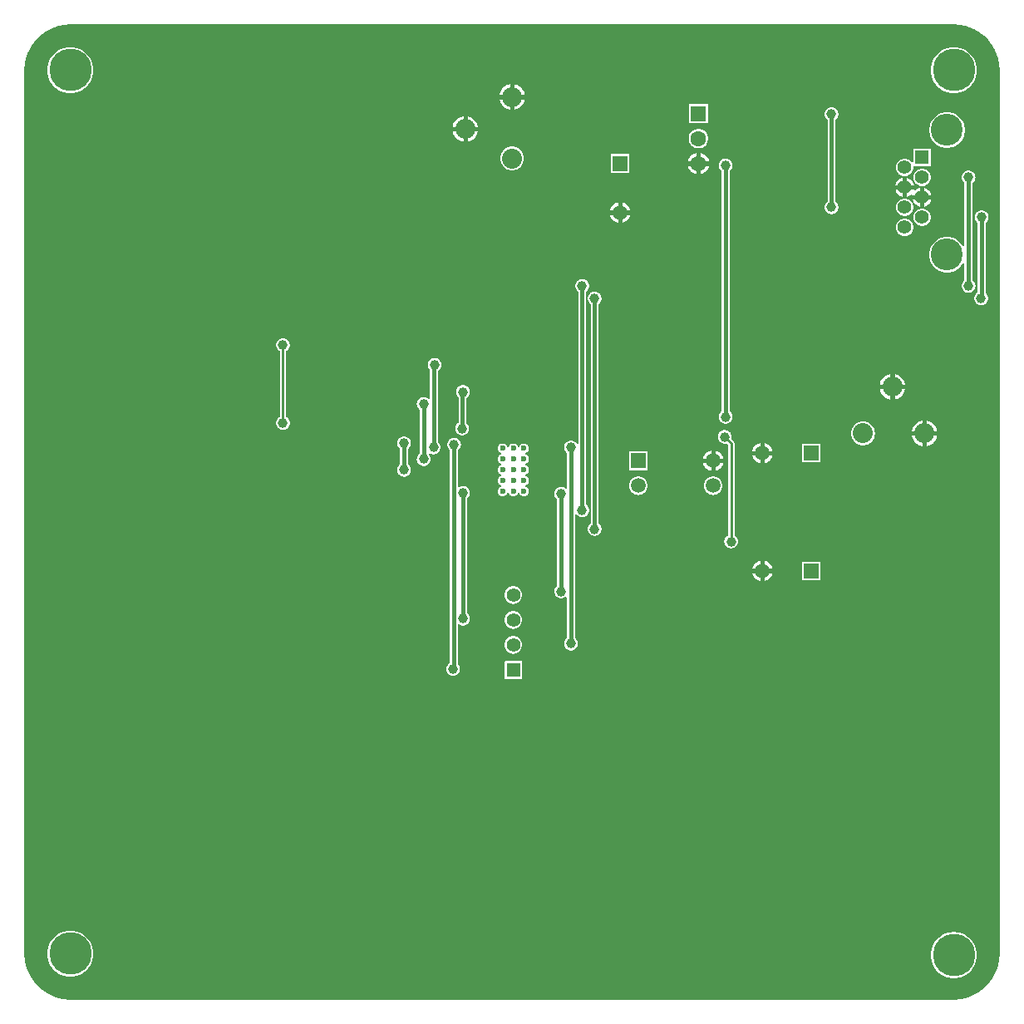
<source format=gbl>
G04*
G04 #@! TF.GenerationSoftware,Altium Limited,Altium Designer,23.7.1 (13)*
G04*
G04 Layer_Physical_Order=2*
G04 Layer_Color=16711680*
%FSLAX44Y44*%
%MOMM*%
G71*
G04*
G04 #@! TF.SameCoordinates,9BDE129D-A6D9-4E47-A380-7317F5008C5C*
G04*
G04*
G04 #@! TF.FilePolarity,Positive*
G04*
G01*
G75*
%ADD11C,0.2000*%
%ADD19C,0.2540*%
%ADD33C,3.2500*%
%ADD34R,1.3900X1.3900*%
%ADD35C,1.3900*%
%ADD43C,1.3970*%
%ADD44R,1.3970X1.3970*%
%ADD47C,0.3000*%
%ADD48C,0.4000*%
%ADD49C,1.5000*%
%ADD50R,1.5000X1.5000*%
%ADD51R,1.5000X1.5000*%
%ADD53C,1.6000*%
%ADD54R,1.6000X1.6000*%
%ADD55C,2.0320*%
%ADD56C,1.0000*%
%ADD57C,0.6000*%
%ADD58C,4.3180*%
G36*
X50000Y996666D02*
X950000D01*
X950140Y996694D01*
X956096Y996303D01*
X962088Y995112D01*
X967872Y993148D01*
X973352Y990446D01*
X978431Y987052D01*
X983024Y983024D01*
X987052Y978431D01*
X990446Y973352D01*
X993148Y967872D01*
X995112Y962088D01*
X996303Y956096D01*
X996694Y950140D01*
X996666Y950000D01*
X996666Y50000D01*
X996694Y49860D01*
X996303Y43904D01*
X995112Y37912D01*
X993148Y32127D01*
X990446Y26648D01*
X987052Y21569D01*
X983024Y16976D01*
X978431Y12948D01*
X973352Y9554D01*
X967872Y6852D01*
X962088Y4888D01*
X956096Y3697D01*
X950140Y3306D01*
X950000Y3334D01*
X50000D01*
X49860Y3306D01*
X43904Y3697D01*
X37912Y4888D01*
X32128Y6852D01*
X26648Y9554D01*
X21569Y12948D01*
X16976Y16976D01*
X12948Y21569D01*
X9554Y26648D01*
X6852Y32127D01*
X4888Y37912D01*
X3697Y43904D01*
X3380Y48739D01*
X3334Y50000D01*
X3334Y50000D01*
X3334Y51252D01*
Y950000D01*
X3306Y950140D01*
X3697Y956096D01*
X4888Y962088D01*
X6852Y967872D01*
X9554Y973352D01*
X12948Y978431D01*
X16976Y983024D01*
X21569Y987052D01*
X26648Y990446D01*
X32127Y993148D01*
X37912Y995112D01*
X43904Y996303D01*
X49860Y996694D01*
X50000Y996666D01*
D02*
G37*
%LPC*%
G36*
X952323Y973590D02*
X947677D01*
X943119Y972683D01*
X938826Y970905D01*
X934962Y968324D01*
X931676Y965038D01*
X929095Y961174D01*
X927317Y956881D01*
X926410Y952323D01*
Y947677D01*
X927317Y943119D01*
X929095Y938826D01*
X931676Y934962D01*
X934962Y931676D01*
X938826Y929095D01*
X943119Y927317D01*
X947677Y926410D01*
X952323D01*
X956881Y927317D01*
X961174Y929095D01*
X965038Y931676D01*
X968324Y934962D01*
X970905Y938826D01*
X972683Y943119D01*
X973590Y947677D01*
Y952323D01*
X972683Y956881D01*
X970905Y961174D01*
X968324Y965038D01*
X965038Y968324D01*
X961174Y970905D01*
X956881Y972683D01*
X952323Y973590D01*
D02*
G37*
G36*
X52323D02*
X47677D01*
X43119Y972683D01*
X38826Y970905D01*
X34962Y968324D01*
X31676Y965038D01*
X29095Y961174D01*
X27317Y956881D01*
X26410Y952323D01*
Y947677D01*
X27317Y943119D01*
X29095Y938826D01*
X31676Y934962D01*
X34962Y931676D01*
X38826Y929095D01*
X43119Y927317D01*
X47677Y926410D01*
X52323D01*
X56881Y927317D01*
X61174Y929095D01*
X65038Y931676D01*
X68324Y934962D01*
X70905Y938826D01*
X72683Y943119D01*
X73590Y947677D01*
Y952323D01*
X72683Y956881D01*
X70905Y961174D01*
X68324Y965038D01*
X65038Y968324D01*
X61174Y970905D01*
X56881Y972683D01*
X52323Y973590D01*
D02*
G37*
G36*
X502000Y935782D02*
Y924694D01*
X513088D01*
X512263Y927773D01*
X510531Y930774D01*
X508080Y933224D01*
X505080Y934957D01*
X502000Y935782D01*
D02*
G37*
G36*
X498000D02*
X494920Y934957D01*
X491920Y933224D01*
X489469Y930774D01*
X487737Y927773D01*
X486912Y924694D01*
X498000D01*
Y935782D01*
D02*
G37*
G36*
X513088Y920694D02*
X502000D01*
Y909605D01*
X505080Y910431D01*
X508080Y912163D01*
X510531Y914613D01*
X512263Y917614D01*
X513088Y920694D01*
D02*
G37*
G36*
X498000D02*
X486912D01*
X487737Y917614D01*
X489469Y914613D01*
X491920Y912163D01*
X494920Y910431D01*
X498000Y909605D01*
Y920694D01*
D02*
G37*
G36*
X700000Y915800D02*
X680000D01*
Y895800D01*
X700000D01*
Y915800D01*
D02*
G37*
G36*
X454502Y903283D02*
Y892194D01*
X465590D01*
X464765Y895274D01*
X463033Y898275D01*
X460582Y900725D01*
X457581Y902458D01*
X454502Y903283D01*
D02*
G37*
G36*
X450502D02*
X447422Y902458D01*
X444422Y900725D01*
X441971Y898275D01*
X440239Y895274D01*
X439414Y892194D01*
X450502D01*
Y903283D01*
D02*
G37*
G36*
X465590Y888194D02*
X454502D01*
Y877106D01*
X457581Y877931D01*
X460582Y879664D01*
X463033Y882114D01*
X464765Y885115D01*
X465590Y888194D01*
D02*
G37*
G36*
X450502D02*
X439414D01*
X440239Y885115D01*
X441971Y882114D01*
X444422Y879664D01*
X447422Y877931D01*
X450502Y877106D01*
Y888194D01*
D02*
G37*
G36*
X944977Y907310D02*
X941383D01*
X937857Y906609D01*
X934535Y905233D01*
X931546Y903236D01*
X929004Y900694D01*
X927007Y897705D01*
X925631Y894383D01*
X924930Y890857D01*
Y887262D01*
X925631Y883737D01*
X927007Y880415D01*
X929004Y877426D01*
X931546Y874884D01*
X934535Y872887D01*
X937857Y871511D01*
X941383Y870810D01*
X944977D01*
X948503Y871511D01*
X951825Y872887D01*
X954814Y874884D01*
X957356Y877426D01*
X959353Y880415D01*
X960729Y883737D01*
X961430Y887262D01*
Y890857D01*
X960729Y894383D01*
X959353Y897705D01*
X957356Y900694D01*
X954814Y903236D01*
X951825Y905233D01*
X948503Y906609D01*
X944977Y907310D01*
D02*
G37*
G36*
X691317Y890400D02*
X688683D01*
X686140Y889718D01*
X683860Y888402D01*
X681998Y886540D01*
X680682Y884260D01*
X680000Y881717D01*
Y879083D01*
X680682Y876540D01*
X681998Y874260D01*
X683860Y872398D01*
X686140Y871081D01*
X688683Y870400D01*
X691317D01*
X693860Y871081D01*
X696140Y872398D01*
X698002Y874260D01*
X699318Y876540D01*
X700000Y879083D01*
Y881717D01*
X699318Y884260D01*
X698002Y886540D01*
X696140Y888402D01*
X693860Y889718D01*
X691317Y890400D01*
D02*
G37*
G36*
X692000Y865852D02*
Y857000D01*
X700852D01*
X700250Y859246D01*
X698802Y861754D01*
X696754Y863802D01*
X694246Y865250D01*
X692000Y865852D01*
D02*
G37*
G36*
X688000Y865852D02*
X685754Y865250D01*
X683246Y863802D01*
X681198Y861754D01*
X679750Y859246D01*
X679148Y857000D01*
X688000D01*
Y865852D01*
D02*
G37*
G36*
X926730Y870070D02*
X908830D01*
Y856106D01*
X907560Y855766D01*
X907162Y856455D01*
X905495Y858122D01*
X903455Y859300D01*
X901178Y859910D01*
X898822D01*
X896545Y859300D01*
X894505Y858122D01*
X892838Y856455D01*
X891660Y854415D01*
X891050Y852138D01*
Y849782D01*
X891660Y847505D01*
X892838Y845465D01*
X894505Y843798D01*
X896545Y842620D01*
X898822Y842010D01*
X901178D01*
X903455Y842620D01*
X905495Y843798D01*
X907162Y845465D01*
X908340Y847505D01*
X908950Y849782D01*
Y851366D01*
X908950Y852138D01*
X908974Y852170D01*
X909959Y852170D01*
X926730D01*
Y870070D01*
D02*
G37*
G36*
X501601Y872357D02*
X498399D01*
X495306Y871528D01*
X492534Y869927D01*
X490270Y867663D01*
X488669Y864891D01*
X487840Y861798D01*
Y858596D01*
X488669Y855503D01*
X490270Y852731D01*
X492534Y850467D01*
X495306Y848866D01*
X498399Y848037D01*
X501601D01*
X504694Y848866D01*
X507466Y850467D01*
X509730Y852731D01*
X511331Y855503D01*
X512160Y858596D01*
Y861798D01*
X511331Y864891D01*
X509730Y867663D01*
X507466Y869927D01*
X504694Y871528D01*
X501601Y872357D01*
D02*
G37*
G36*
X619500Y864500D02*
X600500D01*
Y845500D01*
X619500D01*
Y864500D01*
D02*
G37*
G36*
X688000Y853000D02*
X679148D01*
X679750Y850754D01*
X681198Y848246D01*
X683246Y846198D01*
X685754Y844750D01*
X688000Y844148D01*
Y853000D01*
D02*
G37*
G36*
X700852D02*
X692000D01*
Y844148D01*
X694246Y844750D01*
X696754Y846198D01*
X698802Y848246D01*
X700250Y850754D01*
X700852Y853000D01*
D02*
G37*
G36*
X902000Y840405D02*
Y832640D01*
X909765D01*
X909272Y834481D01*
X907962Y836749D01*
X906109Y838602D01*
X903841Y839912D01*
X902000Y840405D01*
D02*
G37*
G36*
X898000Y840405D02*
X896159Y839912D01*
X893891Y838602D01*
X892038Y836749D01*
X890728Y834481D01*
X890235Y832640D01*
X898000D01*
Y840405D01*
D02*
G37*
G36*
X918958Y849750D02*
X916602D01*
X914325Y849140D01*
X912285Y847962D01*
X910618Y846295D01*
X909440Y844255D01*
X908830Y841978D01*
Y839622D01*
X909440Y837345D01*
X910618Y835305D01*
X912285Y833638D01*
X914325Y832460D01*
X916602Y831850D01*
X918958D01*
X921235Y832460D01*
X923275Y833638D01*
X924942Y835305D01*
X926120Y837345D01*
X926730Y839622D01*
Y841978D01*
X926120Y844255D01*
X924942Y846295D01*
X923275Y847962D01*
X921235Y849140D01*
X918958Y849750D01*
D02*
G37*
G36*
X915780Y830245D02*
X913939Y829752D01*
X911671Y828442D01*
X910791Y827563D01*
X909653Y828220D01*
X909765Y828640D01*
X902000D01*
Y820875D01*
X903841Y821368D01*
X906109Y822678D01*
X906989Y823557D01*
X908127Y822900D01*
X908015Y822480D01*
X915780D01*
Y830245D01*
D02*
G37*
G36*
X919780Y830245D02*
Y822480D01*
X927545D01*
X927052Y824321D01*
X925742Y826589D01*
X923889Y828442D01*
X921621Y829752D01*
X919780Y830245D01*
D02*
G37*
G36*
X898000Y828640D02*
X890235D01*
X890728Y826799D01*
X892038Y824531D01*
X893891Y822678D01*
X896159Y821368D01*
X898000Y820875D01*
Y828640D01*
D02*
G37*
G36*
X915780Y818480D02*
X908015D01*
X908508Y816639D01*
X909818Y814371D01*
X911671Y812518D01*
X913939Y811208D01*
X915780Y810715D01*
Y818480D01*
D02*
G37*
G36*
X927545D02*
X919780D01*
Y810715D01*
X921621Y811208D01*
X923889Y812518D01*
X925742Y814371D01*
X927052Y816639D01*
X927545Y818480D01*
D02*
G37*
G36*
X612000Y815334D02*
Y807000D01*
X620334D01*
X619784Y809053D01*
X618402Y811447D01*
X616447Y813402D01*
X614053Y814784D01*
X612000Y815334D01*
D02*
G37*
G36*
X608000Y815334D02*
X605947Y814784D01*
X603553Y813402D01*
X601598Y811447D01*
X600216Y809053D01*
X599666Y807000D01*
X608000D01*
Y815334D01*
D02*
G37*
G36*
X826422Y912233D02*
X824578D01*
X822798Y911756D01*
X821202Y910834D01*
X819899Y909531D01*
X818977Y907935D01*
X818500Y906154D01*
Y904311D01*
X818977Y902531D01*
X819899Y900935D01*
X821202Y899632D01*
X821422Y899505D01*
Y816048D01*
X821202Y815921D01*
X819899Y814618D01*
X818977Y813022D01*
X818500Y811242D01*
Y809398D01*
X818977Y807618D01*
X819899Y806022D01*
X821202Y804719D01*
X822798Y803797D01*
X824578Y803320D01*
X826422D01*
X828202Y803797D01*
X829798Y804719D01*
X831101Y806022D01*
X832023Y807618D01*
X832500Y809398D01*
Y811242D01*
X832023Y813022D01*
X831101Y814618D01*
X829798Y815921D01*
X829578Y816048D01*
Y899505D01*
X829798Y899632D01*
X831101Y900935D01*
X832023Y902531D01*
X832500Y904311D01*
Y906154D01*
X832023Y907935D01*
X831101Y909531D01*
X829798Y910834D01*
X828202Y911756D01*
X826422Y912233D01*
D02*
G37*
G36*
X901178Y819270D02*
X898822D01*
X896545Y818660D01*
X894505Y817482D01*
X892838Y815815D01*
X891660Y813775D01*
X891050Y811498D01*
Y809142D01*
X891660Y806865D01*
X892838Y804825D01*
X894505Y803158D01*
X896545Y801980D01*
X898822Y801370D01*
X901178D01*
X903455Y801980D01*
X905495Y803158D01*
X907162Y804825D01*
X908340Y806865D01*
X908950Y809142D01*
Y811498D01*
X908340Y813775D01*
X907162Y815815D01*
X905495Y817482D01*
X903455Y818660D01*
X901178Y819270D01*
D02*
G37*
G36*
X620335Y803000D02*
X612000D01*
Y794666D01*
X614053Y795216D01*
X616447Y796598D01*
X618402Y798553D01*
X619784Y800947D01*
X620335Y803000D01*
D02*
G37*
G36*
X608000D02*
X599665D01*
X600216Y800947D01*
X601598Y798553D01*
X603553Y796598D01*
X605947Y795216D01*
X608000Y794666D01*
Y803000D01*
D02*
G37*
G36*
X918958Y809110D02*
X916602D01*
X914325Y808500D01*
X912285Y807322D01*
X910618Y805655D01*
X909440Y803615D01*
X908830Y801338D01*
Y798982D01*
X909440Y796705D01*
X910618Y794665D01*
X912285Y792998D01*
X914325Y791820D01*
X916602Y791210D01*
X918958D01*
X921235Y791820D01*
X923275Y792998D01*
X924942Y794665D01*
X926120Y796705D01*
X926730Y798982D01*
Y801338D01*
X926120Y803615D01*
X924942Y805655D01*
X923275Y807322D01*
X921235Y808500D01*
X918958Y809110D01*
D02*
G37*
G36*
X901178Y798950D02*
X898822D01*
X896545Y798340D01*
X894505Y797162D01*
X892838Y795495D01*
X891660Y793455D01*
X891050Y791178D01*
Y788822D01*
X891660Y786545D01*
X892838Y784505D01*
X894505Y782838D01*
X896545Y781660D01*
X898822Y781050D01*
X901178D01*
X903455Y781660D01*
X905495Y782838D01*
X907162Y784505D01*
X908340Y786545D01*
X908950Y788822D01*
Y791178D01*
X908340Y793455D01*
X907162Y795495D01*
X905495Y797162D01*
X903455Y798340D01*
X901178Y798950D01*
D02*
G37*
G36*
X965959Y847800D02*
X964116D01*
X962336Y847323D01*
X960740Y846401D01*
X959436Y845098D01*
X958515Y843502D01*
X958038Y841722D01*
Y839878D01*
X958515Y838098D01*
X959436Y836502D01*
X960740Y835199D01*
X960959Y835072D01*
Y770145D01*
X959689Y769892D01*
X959353Y770705D01*
X957356Y773694D01*
X954814Y776236D01*
X951825Y778233D01*
X948503Y779609D01*
X944977Y780310D01*
X941383D01*
X937857Y779609D01*
X934535Y778233D01*
X931546Y776236D01*
X929004Y773694D01*
X927007Y770705D01*
X925631Y767383D01*
X924930Y763857D01*
Y760263D01*
X925631Y756737D01*
X927007Y753415D01*
X929004Y750426D01*
X931546Y747884D01*
X934535Y745887D01*
X937857Y744511D01*
X941383Y743810D01*
X944977D01*
X948503Y744511D01*
X951825Y745887D01*
X954814Y747884D01*
X957356Y750426D01*
X959353Y753415D01*
X959689Y754228D01*
X960959Y753975D01*
Y735978D01*
X960740Y735851D01*
X959436Y734548D01*
X958515Y732952D01*
X958038Y731172D01*
Y729328D01*
X958515Y727548D01*
X959436Y725952D01*
X960740Y724649D01*
X962336Y723727D01*
X964116Y723250D01*
X965959D01*
X967740Y723727D01*
X969336Y724649D01*
X970639Y725952D01*
X971561Y727548D01*
X972038Y729328D01*
Y731172D01*
X971561Y732952D01*
X970639Y734548D01*
X969336Y735851D01*
X969116Y735978D01*
Y835072D01*
X969336Y835199D01*
X970639Y836502D01*
X971561Y838098D01*
X972038Y839878D01*
Y841722D01*
X971561Y843502D01*
X970639Y845098D01*
X969336Y846401D01*
X967740Y847323D01*
X965959Y847800D01*
D02*
G37*
G36*
X979352Y807160D02*
X977509D01*
X975729Y806683D01*
X974133Y805761D01*
X972830Y804458D01*
X971908Y802862D01*
X971431Y801082D01*
Y799238D01*
X971908Y797458D01*
X972830Y795862D01*
X974087Y794604D01*
Y723431D01*
X973602Y723151D01*
X972299Y721848D01*
X971377Y720252D01*
X970900Y718472D01*
Y716628D01*
X971377Y714848D01*
X972299Y713252D01*
X973602Y711949D01*
X975198Y711027D01*
X976978Y710550D01*
X978822D01*
X980602Y711027D01*
X982198Y711949D01*
X983501Y713252D01*
X984423Y714848D01*
X984900Y716628D01*
Y718472D01*
X984423Y720252D01*
X983501Y721848D01*
X982244Y723106D01*
Y794278D01*
X982729Y794559D01*
X984032Y795862D01*
X984954Y797458D01*
X985431Y799238D01*
Y801082D01*
X984954Y802862D01*
X984032Y804458D01*
X982729Y805761D01*
X981133Y806683D01*
X979352Y807160D01*
D02*
G37*
G36*
X889501Y640586D02*
Y629498D01*
X900589D01*
X899764Y632578D01*
X898031Y635578D01*
X895581Y638029D01*
X892580Y639761D01*
X889501Y640586D01*
D02*
G37*
G36*
X885501Y640586D02*
X882421Y639761D01*
X879420Y638029D01*
X876970Y635578D01*
X875238Y632578D01*
X874412Y629498D01*
X885501D01*
Y640586D01*
D02*
G37*
G36*
X421986Y657000D02*
X420143D01*
X418362Y656523D01*
X416766Y655601D01*
X415463Y654298D01*
X414541Y652702D01*
X414064Y650922D01*
Y649078D01*
X414541Y647298D01*
X415463Y645702D01*
X416454Y644711D01*
Y615242D01*
X415184Y614716D01*
X414298Y615601D01*
X412702Y616523D01*
X410922Y617000D01*
X409078D01*
X407298Y616523D01*
X405702Y615601D01*
X404399Y614298D01*
X403477Y612702D01*
X403000Y610922D01*
Y609078D01*
X403477Y607298D01*
X404399Y605702D01*
X405702Y604399D01*
X405922Y604272D01*
Y559478D01*
X405702Y559351D01*
X404399Y558048D01*
X403477Y556452D01*
X403000Y554672D01*
Y552828D01*
X403477Y551048D01*
X404399Y549452D01*
X405702Y548149D01*
X407298Y547227D01*
X409078Y546750D01*
X410922D01*
X412702Y547227D01*
X414298Y548149D01*
X415601Y549452D01*
X416523Y551048D01*
X417000Y552828D01*
Y554672D01*
X416523Y556452D01*
X415601Y558048D01*
X414838Y558811D01*
X414890Y559110D01*
X414955Y559185D01*
X416282Y559709D01*
X417298Y559122D01*
X419078Y558645D01*
X420922D01*
X422702Y559122D01*
X424298Y560044D01*
X425601Y561347D01*
X426523Y562943D01*
X427000Y564724D01*
Y566567D01*
X426523Y568347D01*
X425601Y569943D01*
X424610Y570934D01*
Y643964D01*
X425362Y644399D01*
X426666Y645702D01*
X427587Y647298D01*
X428064Y649078D01*
Y650922D01*
X427587Y652702D01*
X426666Y654298D01*
X425362Y655601D01*
X423766Y656523D01*
X421986Y657000D01*
D02*
G37*
G36*
X885501Y625498D02*
X874412D01*
X875238Y622419D01*
X876970Y619418D01*
X879420Y616967D01*
X882421Y615235D01*
X885501Y614410D01*
Y625498D01*
D02*
G37*
G36*
X900589D02*
X889501D01*
Y614410D01*
X892580Y615235D01*
X895581Y616967D01*
X898031Y619418D01*
X899764Y622419D01*
X900589Y625498D01*
D02*
G37*
G36*
X718472Y860000D02*
X716628D01*
X714848Y859523D01*
X713252Y858601D01*
X711949Y857298D01*
X711027Y855702D01*
X710550Y853922D01*
Y852078D01*
X711027Y850298D01*
X711949Y848702D01*
X713252Y847399D01*
X713472Y847272D01*
Y602628D01*
X713252Y602501D01*
X711949Y601198D01*
X711027Y599602D01*
X710550Y597822D01*
Y595978D01*
X711027Y594198D01*
X711949Y592602D01*
X713252Y591299D01*
X714848Y590377D01*
X716628Y589900D01*
X718472D01*
X720252Y590377D01*
X721848Y591299D01*
X723151Y592602D01*
X724073Y594198D01*
X724550Y595978D01*
Y597822D01*
X724073Y599602D01*
X723151Y601198D01*
X721848Y602501D01*
X721628Y602628D01*
Y847272D01*
X721848Y847399D01*
X723151Y848702D01*
X724073Y850298D01*
X724550Y852078D01*
Y853922D01*
X724073Y855702D01*
X723151Y857298D01*
X721848Y858601D01*
X720252Y859523D01*
X718472Y860000D01*
D02*
G37*
G36*
X267622Y677000D02*
X265778D01*
X263998Y676523D01*
X262402Y675601D01*
X261099Y674298D01*
X260177Y672702D01*
X259700Y670921D01*
Y669078D01*
X260177Y667298D01*
X261099Y665702D01*
X262402Y664398D01*
X263366Y663842D01*
Y596759D01*
X262402Y596203D01*
X261099Y594899D01*
X260177Y593303D01*
X259700Y591523D01*
Y589680D01*
X260177Y587900D01*
X261099Y586303D01*
X262402Y585000D01*
X263998Y584078D01*
X265778Y583601D01*
X267622D01*
X269402Y584078D01*
X270998Y585000D01*
X272301Y586303D01*
X273223Y587900D01*
X273700Y589680D01*
Y591523D01*
X273223Y593303D01*
X272301Y594899D01*
X270998Y596203D01*
X270034Y596759D01*
Y663842D01*
X270998Y664398D01*
X272301Y665702D01*
X273223Y667298D01*
X273700Y669078D01*
Y670921D01*
X273223Y672702D01*
X272301Y674298D01*
X270998Y675601D01*
X269402Y676523D01*
X267622Y677000D01*
D02*
G37*
G36*
X922000Y593088D02*
Y582000D01*
X933088D01*
X932263Y585080D01*
X930531Y588080D01*
X928080Y590531D01*
X925080Y592263D01*
X922000Y593088D01*
D02*
G37*
G36*
X918000D02*
X914920Y592263D01*
X911920Y590531D01*
X909469Y588080D01*
X907737Y585080D01*
X906912Y582000D01*
X918000D01*
Y593088D01*
D02*
G37*
G36*
X450922Y629300D02*
X449078D01*
X447298Y628823D01*
X445702Y627901D01*
X444399Y626598D01*
X443477Y625002D01*
X443000Y623222D01*
Y621378D01*
X443477Y619598D01*
X444399Y618002D01*
X445461Y616940D01*
Y590994D01*
X444780Y590601D01*
X443477Y589298D01*
X442556Y587702D01*
X442078Y585922D01*
Y584078D01*
X442556Y582298D01*
X443477Y580702D01*
X444780Y579399D01*
X446376Y578477D01*
X448157Y578000D01*
X450000D01*
X451780Y578477D01*
X453377Y579399D01*
X454680Y580702D01*
X455601Y582298D01*
X456078Y584078D01*
Y585922D01*
X455601Y587702D01*
X454680Y589298D01*
X453618Y590360D01*
Y616306D01*
X454298Y616699D01*
X455601Y618002D01*
X456523Y619598D01*
X457000Y621378D01*
Y623222D01*
X456523Y625002D01*
X455601Y626598D01*
X454298Y627901D01*
X452702Y628823D01*
X450922Y629300D01*
D02*
G37*
G36*
X572422Y737250D02*
X570578D01*
X568798Y736773D01*
X567202Y735851D01*
X565899Y734548D01*
X564977Y732952D01*
X564500Y731172D01*
Y729328D01*
X564977Y727548D01*
X565899Y725952D01*
X567202Y724649D01*
X567422Y724522D01*
Y569518D01*
X566152Y569178D01*
X565601Y570131D01*
X564298Y571435D01*
X562702Y572356D01*
X560922Y572833D01*
X559078D01*
X557298Y572356D01*
X555702Y571435D01*
X554399Y570131D01*
X553477Y568535D01*
X553000Y566755D01*
Y564911D01*
X553477Y563131D01*
X554399Y561535D01*
X555702Y560232D01*
X555922Y560105D01*
Y524524D01*
X554652Y523998D01*
X554298Y524351D01*
X552702Y525273D01*
X550922Y525750D01*
X549078D01*
X547298Y525273D01*
X545702Y524351D01*
X544399Y523048D01*
X543477Y521452D01*
X543000Y519672D01*
Y517828D01*
X543477Y516048D01*
X544399Y514452D01*
X545702Y513149D01*
X545922Y513022D01*
Y424596D01*
X545702Y424469D01*
X544399Y423166D01*
X543477Y421570D01*
X543000Y419790D01*
Y417947D01*
X543477Y416166D01*
X544399Y414570D01*
X545702Y413267D01*
X547298Y412345D01*
X549078Y411868D01*
X550922D01*
X552702Y412345D01*
X554298Y413267D01*
X554652Y413620D01*
X555922Y413094D01*
Y371511D01*
X555702Y371384D01*
X554399Y370081D01*
X553477Y368485D01*
X553000Y366704D01*
Y364861D01*
X553477Y363081D01*
X554399Y361485D01*
X555702Y360182D01*
X557298Y359260D01*
X559078Y358783D01*
X560922D01*
X562702Y359260D01*
X564298Y360182D01*
X565601Y361485D01*
X566523Y363081D01*
X567000Y364861D01*
Y366704D01*
X566523Y368485D01*
X565601Y370081D01*
X564298Y371384D01*
X564078Y371511D01*
Y497965D01*
X565348Y498305D01*
X565899Y497352D01*
X567202Y496049D01*
X568798Y495127D01*
X570578Y494650D01*
X572422D01*
X574202Y495127D01*
X575798Y496049D01*
X577101Y497352D01*
X578023Y498948D01*
X578500Y500728D01*
Y502572D01*
X578023Y504352D01*
X577101Y505948D01*
X575798Y507251D01*
X575578Y507378D01*
Y724522D01*
X575798Y724649D01*
X577101Y725952D01*
X578023Y727548D01*
X578500Y729328D01*
Y731172D01*
X578023Y732952D01*
X577101Y734548D01*
X575798Y735851D01*
X574202Y736773D01*
X572422Y737250D01*
D02*
G37*
G36*
X859104Y592160D02*
X855902D01*
X852810Y591331D01*
X850037Y589730D01*
X847773Y587466D01*
X846172Y584694D01*
X845343Y581601D01*
Y578399D01*
X846172Y575306D01*
X847773Y572534D01*
X850037Y570270D01*
X852810Y568669D01*
X855902Y567840D01*
X859104D01*
X862197Y568669D01*
X864970Y570270D01*
X867234Y572534D01*
X868835Y575306D01*
X869663Y578399D01*
Y581601D01*
X868835Y584694D01*
X867234Y587466D01*
X864970Y589730D01*
X862197Y591331D01*
X859104Y592160D01*
D02*
G37*
G36*
X933088Y578000D02*
X922000D01*
Y566912D01*
X925080Y567737D01*
X928080Y569469D01*
X930531Y571920D01*
X932263Y574920D01*
X933088Y578000D01*
D02*
G37*
G36*
X918000D02*
X906912D01*
X907737Y574920D01*
X909469Y571920D01*
X911920Y569469D01*
X914920Y567737D01*
X918000Y566912D01*
Y578000D01*
D02*
G37*
G36*
X513245Y569750D02*
X511255D01*
X509418Y568989D01*
X508011Y567582D01*
X507423Y566163D01*
X506077D01*
X505489Y567582D01*
X504082Y568989D01*
X502245Y569750D01*
X500255D01*
X498418Y568989D01*
X497011Y567582D01*
X496423Y566163D01*
X495077D01*
X494489Y567582D01*
X493082Y568989D01*
X491245Y569750D01*
X489255D01*
X487418Y568989D01*
X486011Y567582D01*
X485250Y565745D01*
Y563755D01*
X486011Y561918D01*
X487418Y560511D01*
X488837Y559923D01*
Y558577D01*
X487418Y557989D01*
X486011Y556582D01*
X485250Y554745D01*
Y552755D01*
X486011Y550918D01*
X487418Y549511D01*
X488837Y548923D01*
Y547577D01*
X487418Y546989D01*
X486011Y545582D01*
X485250Y543745D01*
Y541755D01*
X486011Y539918D01*
X487418Y538511D01*
X488837Y537923D01*
Y536577D01*
X487418Y535989D01*
X486011Y534582D01*
X485250Y532745D01*
Y530755D01*
X486011Y528918D01*
X487418Y527511D01*
X488837Y526923D01*
Y525577D01*
X487418Y524989D01*
X486011Y523582D01*
X485250Y521744D01*
Y519755D01*
X486011Y517918D01*
X487418Y516511D01*
X489255Y515750D01*
X491245D01*
X493082Y516511D01*
X494489Y517918D01*
X495077Y519337D01*
X496423D01*
X497011Y517918D01*
X498418Y516511D01*
X500255Y515750D01*
X502245D01*
X504082Y516511D01*
X505489Y517918D01*
X506077Y519337D01*
X507423D01*
X508011Y517918D01*
X509418Y516511D01*
X511255Y515750D01*
X513245D01*
X515082Y516511D01*
X516489Y517918D01*
X517250Y519755D01*
Y521744D01*
X516489Y523582D01*
X515082Y524989D01*
X513663Y525577D01*
Y526923D01*
X515082Y527511D01*
X516489Y528918D01*
X517250Y530755D01*
Y532745D01*
X516489Y534582D01*
X515082Y535989D01*
X513663Y536577D01*
Y537923D01*
X515082Y538511D01*
X516489Y539918D01*
X517250Y541755D01*
Y543745D01*
X516489Y545582D01*
X515082Y546989D01*
X513663Y547577D01*
Y548923D01*
X515082Y549511D01*
X516489Y550918D01*
X517250Y552755D01*
Y554745D01*
X516489Y556582D01*
X515082Y557989D01*
X513663Y558577D01*
Y559923D01*
X515082Y560511D01*
X516489Y561918D01*
X517250Y563755D01*
Y565745D01*
X516489Y567582D01*
X515082Y568989D01*
X513245Y569750D01*
D02*
G37*
G36*
X757000Y570335D02*
Y562000D01*
X765334D01*
X764784Y564053D01*
X763402Y566447D01*
X761447Y568402D01*
X759053Y569784D01*
X757000Y570335D01*
D02*
G37*
G36*
X753000D02*
X750947Y569784D01*
X748553Y568402D01*
X746598Y566447D01*
X745216Y564053D01*
X744666Y562000D01*
X753000D01*
Y570335D01*
D02*
G37*
G36*
X706850Y562534D02*
Y554200D01*
X715184D01*
X714634Y556253D01*
X713252Y558647D01*
X711297Y560602D01*
X708903Y561984D01*
X706850Y562534D01*
D02*
G37*
G36*
X702850D02*
X700797Y561984D01*
X698403Y560602D01*
X696448Y558647D01*
X695066Y556253D01*
X694516Y554200D01*
X702850D01*
Y562534D01*
D02*
G37*
G36*
X814500Y569500D02*
X795500D01*
Y550500D01*
X814500D01*
Y569500D01*
D02*
G37*
G36*
X765334Y558000D02*
X757000D01*
Y549665D01*
X759053Y550216D01*
X761447Y551598D01*
X763402Y553553D01*
X764784Y555947D01*
X765334Y558000D01*
D02*
G37*
G36*
X753000D02*
X744666D01*
X745216Y555947D01*
X746598Y553553D01*
X748553Y551598D01*
X750947Y550216D01*
X753000Y549665D01*
Y558000D01*
D02*
G37*
G36*
X638150Y561700D02*
X619150D01*
Y542700D01*
X638150D01*
Y561700D01*
D02*
G37*
G36*
X715184Y550200D02*
X706850D01*
Y541866D01*
X708903Y542416D01*
X711297Y543798D01*
X713252Y545753D01*
X714634Y548147D01*
X715184Y550200D01*
D02*
G37*
G36*
X702850D02*
X694516D01*
X695066Y548147D01*
X696448Y545753D01*
X698403Y543798D01*
X700797Y542416D01*
X702850Y541866D01*
Y550200D01*
D02*
G37*
G36*
X390922Y577000D02*
X389078D01*
X387298Y576523D01*
X385702Y575601D01*
X384399Y574298D01*
X383477Y572702D01*
X383000Y570922D01*
Y569078D01*
X383477Y567298D01*
X384399Y565702D01*
X385702Y564399D01*
X385922Y564272D01*
Y548478D01*
X385702Y548351D01*
X384399Y547048D01*
X383477Y545452D01*
X383000Y543672D01*
Y541828D01*
X383477Y540048D01*
X384399Y538452D01*
X385702Y537149D01*
X387298Y536227D01*
X389078Y535750D01*
X390922D01*
X392702Y536227D01*
X394298Y537149D01*
X395601Y538452D01*
X396523Y540048D01*
X397000Y541828D01*
Y543672D01*
X396523Y545452D01*
X395601Y547048D01*
X394298Y548351D01*
X394078Y548478D01*
Y564272D01*
X394298Y564399D01*
X395601Y565702D01*
X396523Y567298D01*
X397000Y569078D01*
Y570922D01*
X396523Y572702D01*
X395601Y574298D01*
X394298Y575601D01*
X392702Y576523D01*
X390922Y577000D01*
D02*
G37*
G36*
X706101Y536300D02*
X703599D01*
X701183Y535653D01*
X699017Y534402D01*
X697248Y532633D01*
X695997Y530467D01*
X695350Y528051D01*
Y525549D01*
X695997Y523133D01*
X697248Y520967D01*
X699017Y519198D01*
X701183Y517947D01*
X703599Y517300D01*
X706101D01*
X708517Y517947D01*
X710683Y519198D01*
X712452Y520967D01*
X713703Y523133D01*
X714350Y525549D01*
Y528051D01*
X713703Y530467D01*
X712452Y532633D01*
X710683Y534402D01*
X708517Y535653D01*
X706101Y536300D01*
D02*
G37*
G36*
X629901D02*
X627399D01*
X624983Y535653D01*
X622817Y534402D01*
X621048Y532633D01*
X619797Y530467D01*
X619150Y528051D01*
Y525549D01*
X619797Y523133D01*
X621048Y520967D01*
X622817Y519198D01*
X624983Y517947D01*
X627399Y517300D01*
X629901D01*
X632317Y517947D01*
X634483Y519198D01*
X636252Y520967D01*
X637503Y523133D01*
X638150Y525549D01*
Y528051D01*
X637503Y530467D01*
X636252Y532633D01*
X634483Y534402D01*
X632317Y535653D01*
X629901Y536300D01*
D02*
G37*
G36*
X585122Y724550D02*
X583278D01*
X581498Y724073D01*
X579902Y723151D01*
X578599Y721848D01*
X577677Y720252D01*
X577200Y718472D01*
Y716628D01*
X577677Y714848D01*
X578599Y713252D01*
X579902Y711949D01*
X580122Y711822D01*
Y488328D01*
X579902Y488201D01*
X578599Y486898D01*
X577677Y485302D01*
X577200Y483522D01*
Y481678D01*
X577677Y479898D01*
X578599Y478302D01*
X579902Y476999D01*
X581498Y476077D01*
X583278Y475600D01*
X585122D01*
X586902Y476077D01*
X588498Y476999D01*
X589801Y478302D01*
X590723Y479898D01*
X591200Y481678D01*
Y483522D01*
X590723Y485302D01*
X589801Y486898D01*
X588498Y488201D01*
X588278Y488328D01*
Y711822D01*
X588498Y711949D01*
X589801Y713252D01*
X590723Y714848D01*
X591200Y716628D01*
Y718472D01*
X590723Y720252D01*
X589801Y721848D01*
X588498Y723151D01*
X586902Y724073D01*
X585122Y724550D01*
D02*
G37*
G36*
X717550Y583544D02*
X715707D01*
X713926Y583067D01*
X712330Y582145D01*
X711027Y580842D01*
X710106Y579246D01*
X709629Y577465D01*
Y575622D01*
X710106Y573842D01*
X711027Y572246D01*
X712330Y570942D01*
X713926Y570021D01*
X715707Y569544D01*
X717550D01*
X718625Y569832D01*
X719817Y568640D01*
Y476058D01*
X718853Y475501D01*
X717550Y474198D01*
X716628Y472602D01*
X716151Y470822D01*
Y468978D01*
X716628Y467198D01*
X717550Y465602D01*
X718853Y464299D01*
X720450Y463377D01*
X722230Y462900D01*
X724073D01*
X725853Y463377D01*
X727449Y464299D01*
X728753Y465602D01*
X729674Y467198D01*
X730151Y468978D01*
Y470822D01*
X729674Y472602D01*
X728753Y474198D01*
X727449Y475501D01*
X726485Y476058D01*
Y570021D01*
X726232Y571297D01*
X725509Y572378D01*
X723340Y574547D01*
X723628Y575622D01*
Y577465D01*
X723151Y579246D01*
X722230Y580842D01*
X720927Y582145D01*
X719330Y583067D01*
X717550Y583544D01*
D02*
G37*
G36*
X757000Y450335D02*
Y442000D01*
X765334D01*
X764784Y444053D01*
X763402Y446447D01*
X761447Y448402D01*
X759053Y449784D01*
X757000Y450335D01*
D02*
G37*
G36*
X753000D02*
X750947Y449784D01*
X748553Y448402D01*
X746598Y446447D01*
X745216Y444053D01*
X744666Y442000D01*
X753000D01*
Y450335D01*
D02*
G37*
G36*
X814500Y449500D02*
X795500D01*
Y430500D01*
X814500D01*
Y449500D01*
D02*
G37*
G36*
X765334Y438000D02*
X757000D01*
Y429665D01*
X759053Y430216D01*
X761447Y431598D01*
X763402Y433553D01*
X764784Y435947D01*
X765334Y438000D01*
D02*
G37*
G36*
X753000D02*
X744666D01*
X745216Y435947D01*
X746598Y433553D01*
X748553Y431598D01*
X750947Y430216D01*
X753000Y429665D01*
Y438000D01*
D02*
G37*
G36*
X502433Y424385D02*
X500067D01*
X497782Y423773D01*
X495733Y422590D01*
X494060Y420917D01*
X492877Y418868D01*
X492265Y416583D01*
Y414217D01*
X492877Y411932D01*
X494060Y409883D01*
X495733Y408210D01*
X497782Y407027D01*
X500067Y406415D01*
X502433D01*
X504718Y407027D01*
X506767Y408210D01*
X508440Y409883D01*
X509623Y411932D01*
X510235Y414217D01*
Y416583D01*
X509623Y418868D01*
X508440Y420917D01*
X506767Y422590D01*
X504718Y423773D01*
X502433Y424385D01*
D02*
G37*
G36*
X441843Y575535D02*
X440000D01*
X438220Y575058D01*
X436623Y574136D01*
X435320Y572833D01*
X434399Y571237D01*
X433922Y569457D01*
Y567613D01*
X434399Y565833D01*
X435320Y564237D01*
X436382Y563175D01*
Y345994D01*
X435702Y345601D01*
X434399Y344298D01*
X433477Y342702D01*
X433000Y340922D01*
Y339078D01*
X433477Y337298D01*
X434399Y335702D01*
X435702Y334399D01*
X437298Y333477D01*
X439078Y333000D01*
X440922D01*
X442702Y333477D01*
X444298Y334399D01*
X445601Y335702D01*
X446523Y337298D01*
X447000Y339078D01*
Y340922D01*
X446523Y342702D01*
X445601Y344298D01*
X444539Y345360D01*
Y385100D01*
X445042Y385308D01*
X445809Y385520D01*
X447298Y384660D01*
X449078Y384183D01*
X450922D01*
X452702Y384660D01*
X454298Y385582D01*
X455601Y386885D01*
X456523Y388481D01*
X457000Y390261D01*
Y392104D01*
X456523Y393885D01*
X455601Y395481D01*
X454298Y396784D01*
X454078Y396911D01*
Y513772D01*
X454298Y513899D01*
X455601Y515202D01*
X456523Y516798D01*
X457000Y518578D01*
Y520421D01*
X456523Y522202D01*
X455601Y523798D01*
X454298Y525101D01*
X452702Y526023D01*
X450922Y526500D01*
X449078D01*
X447298Y526023D01*
X445809Y525163D01*
X445042Y525375D01*
X444539Y525583D01*
Y562541D01*
X445220Y562934D01*
X446523Y564237D01*
X447444Y565833D01*
X447922Y567613D01*
Y569457D01*
X447444Y571237D01*
X446523Y572833D01*
X445220Y574136D01*
X443624Y575058D01*
X441843Y575535D01*
D02*
G37*
G36*
X502433Y398985D02*
X500067D01*
X497782Y398373D01*
X495733Y397190D01*
X494060Y395517D01*
X492877Y393468D01*
X492265Y391183D01*
Y388817D01*
X492877Y386532D01*
X494060Y384483D01*
X495733Y382810D01*
X497782Y381627D01*
X500067Y381015D01*
X502433D01*
X504718Y381627D01*
X506767Y382810D01*
X508440Y384483D01*
X509623Y386532D01*
X510235Y388817D01*
Y391183D01*
X509623Y393468D01*
X508440Y395517D01*
X506767Y397190D01*
X504718Y398373D01*
X502433Y398985D01*
D02*
G37*
G36*
Y373585D02*
X500067D01*
X497782Y372973D01*
X495733Y371790D01*
X494060Y370117D01*
X492877Y368068D01*
X492265Y365783D01*
Y363417D01*
X492877Y361132D01*
X494060Y359083D01*
X495733Y357410D01*
X497782Y356227D01*
X500067Y355615D01*
X502433D01*
X504718Y356227D01*
X506767Y357410D01*
X508440Y359083D01*
X509623Y361132D01*
X510235Y363417D01*
Y365783D01*
X509623Y368068D01*
X508440Y370117D01*
X506767Y371790D01*
X504718Y372973D01*
X502433Y373585D01*
D02*
G37*
G36*
X510235Y348185D02*
X492265D01*
Y330215D01*
X510235D01*
Y348185D01*
D02*
G37*
G36*
X52323Y73590D02*
X47677D01*
X43119Y72683D01*
X38826Y70905D01*
X34962Y68324D01*
X31676Y65038D01*
X29095Y61174D01*
X27317Y56881D01*
X26410Y52323D01*
Y47677D01*
X27317Y43119D01*
X29095Y38826D01*
X31676Y34962D01*
X34962Y31676D01*
X38826Y29095D01*
X43119Y27317D01*
X47677Y26410D01*
X52323D01*
X56881Y27317D01*
X61174Y29095D01*
X65038Y31676D01*
X68324Y34962D01*
X70905Y38826D01*
X72683Y43119D01*
X73590Y47677D01*
Y52323D01*
X72683Y56881D01*
X70905Y61174D01*
X68324Y65038D01*
X65038Y68324D01*
X61174Y70905D01*
X56881Y72683D01*
X52323Y73590D01*
D02*
G37*
G36*
X952323Y72165D02*
X947677D01*
X943119Y71259D01*
X938826Y69480D01*
X934962Y66899D01*
X931676Y63613D01*
X929095Y59749D01*
X927317Y55456D01*
X926410Y50898D01*
Y46252D01*
X927317Y41694D01*
X929095Y37401D01*
X931676Y33537D01*
X934962Y30252D01*
X938826Y27670D01*
X943119Y25892D01*
X947677Y24985D01*
X952323D01*
X956881Y25892D01*
X961174Y27670D01*
X965038Y30252D01*
X968324Y33537D01*
X970905Y37401D01*
X972683Y41694D01*
X973590Y46252D01*
Y50898D01*
X972683Y55456D01*
X970905Y59749D01*
X968324Y63613D01*
X965038Y66899D01*
X961174Y69480D01*
X956881Y71259D01*
X952323Y72165D01*
D02*
G37*
%LPD*%
D11*
X995730Y950000D02*
G03*
X950000Y995730I-45730J0D01*
G01*
X973038Y840800D02*
G03*
X960038Y834555I-8000J0D01*
G01*
X970038D02*
G03*
X973038Y840800I-5000J6245D01*
G01*
X974590Y950000D02*
G03*
X974590Y950000I-24590J0D01*
G01*
X962430Y889060D02*
G03*
X962430Y889060I-19250J0D01*
G01*
D02*
G03*
X962430Y889060I-19250J0D01*
G01*
X927730Y840800D02*
G03*
X908298Y837785I-9950J0D01*
G01*
X983166Y793711D02*
G03*
X986431Y800160I-4735J6449D01*
G01*
D02*
G03*
X973166Y794137I-8000J0D01*
G01*
X973038Y730250D02*
G03*
X970038Y736495I-8000J0D01*
G01*
X985900Y717550D02*
G03*
X983166Y723573I-8000J0D01*
G01*
X928730Y820480D02*
G03*
X920222Y831154I-10950J0D01*
G01*
Y809806D02*
G03*
X928730Y820480I-2442J10674D01*
G01*
X920222Y831154D02*
G03*
X927730Y840800I-2442J9646D01*
G01*
Y800160D02*
G03*
X920222Y809806I-9950J0D01*
G01*
X915338D02*
G03*
X927730Y800160I2442J-9646D01*
G01*
X960038Y771354D02*
G03*
X960038Y752766I-16858J-9294D01*
G01*
X973166Y723999D02*
G03*
X985900Y717550I4735J-6449D01*
G01*
X960038Y736495D02*
G03*
X973038Y730250I5000J-6245D01*
G01*
X960038Y771354D02*
G03*
X960038Y752766I-16858J-9294D01*
G01*
X833500Y905233D02*
G03*
X820500Y898988I-8000J0D01*
G01*
X830500D02*
G03*
X833500Y905233I-5000J6245D01*
G01*
X907830Y857100D02*
G03*
X897558Y841314I-7830J-6140D01*
G01*
X725550Y853000D02*
G03*
X712550Y846755I-8000J0D01*
G01*
X701000Y880400D02*
G03*
X701000Y880400I-11000J0D01*
G01*
X702000Y855000D02*
G03*
X702000Y855000I-12000J0D01*
G01*
X910368Y834162D02*
G03*
X915338Y831154I7412J6638D01*
G01*
X902442Y841314D02*
G03*
X909950Y850960I-2442J9646D01*
G01*
X910950Y830640D02*
G03*
X910368Y834162I-10950J0D01*
G01*
X910816Y828930D02*
G03*
X910950Y830640I-10816J1710D01*
G01*
X915338Y831154D02*
G03*
X910816Y828930I2442J-10674D01*
G01*
X908298Y837785D02*
G03*
X902442Y841314I-8298J-7145D01*
G01*
X722550Y846755D02*
G03*
X725550Y853000I-5000J6245D01*
G01*
X897558Y841314D02*
G03*
X897558Y819966I2442J-10674D01*
G01*
X907412Y816958D02*
G03*
X902442Y819966I-7412J-6638D01*
G01*
D02*
G03*
X906964Y822190I-2442J10674D01*
G01*
X909950Y810320D02*
G03*
X909482Y813335I-9950J0D01*
G01*
D02*
G03*
X915338Y809806I8298J7145D01*
G01*
X906964Y822190D02*
G03*
X907412Y816958I10816J-1710D01*
G01*
X897558Y819966D02*
G03*
X909950Y810320I2442J-9646D01*
G01*
Y790000D02*
G03*
X909950Y790000I-9950J0D01*
G01*
X833500Y810320D02*
G03*
X830500Y816565I-8000J0D01*
G01*
X820500D02*
G03*
X833500Y810320I5000J-6245D01*
G01*
X621500Y805000D02*
G03*
X621500Y805000I-11500J0D01*
G01*
X576500Y724005D02*
G03*
X579500Y730250I-5000J6245D01*
G01*
X589200Y711305D02*
G03*
X592200Y717550I-5000J6245D01*
G01*
D02*
G03*
X576500Y719720I-8000J0D01*
G01*
X901661Y627498D02*
G03*
X901661Y627498I-14160J0D01*
G01*
X934160Y580000D02*
G03*
X934160Y580000I-14160J0D01*
G01*
X974590Y48575D02*
G03*
X974590Y48575I-24590J0D01*
G01*
X950000Y4270D02*
G03*
X995730Y50000I0J45730D01*
G01*
X724432Y574779D02*
G03*
X724628Y576544I-7803J1764D01*
G01*
X725550Y596900D02*
G03*
X722550Y603145I-8000J0D01*
G01*
X870663Y580000D02*
G03*
X870663Y580000I-13160J0D01*
G01*
X727421Y570021D02*
G03*
X726171Y573040I-4270J0D01*
G01*
X766500Y560000D02*
G03*
X766500Y560000I-11500J0D01*
G01*
X727421Y570021D02*
G03*
X726171Y573040I-4270J0D01*
G01*
X712550Y603145D02*
G03*
X725550Y596900I5000J-6245D01*
G01*
X724628Y576544D02*
G03*
X718393Y568741I-8000J0D01*
G01*
X731151Y469900D02*
G03*
X727421Y476665I-8000J0D01*
G01*
X766500Y440000D02*
G03*
X766500Y440000I-11500J0D01*
G01*
X718881Y476665D02*
G03*
X731151Y469900I4270J-6765D01*
G01*
X716350Y552200D02*
G03*
X716350Y552200I-11500J0D01*
G01*
X639150Y526800D02*
G03*
X639150Y526800I-10500J0D01*
G01*
X715350D02*
G03*
X715350Y526800I-10500J0D01*
G01*
X592200Y482600D02*
G03*
X589200Y488845I-8000J0D01*
G01*
X579200D02*
G03*
X592200Y482600I5000J-6245D01*
G01*
X514160Y922694D02*
G03*
X514160Y922694I-14160J0D01*
G01*
X466662Y890194D02*
G03*
X466662Y890194I-14160J0D01*
G01*
X579500Y730250D02*
G03*
X566500Y724005I-8000J0D01*
G01*
Y570497D02*
G03*
X555000Y559588I-6500J-4664D01*
G01*
X506750Y567148D02*
G03*
X495750Y567148I-5500J-2398D01*
G01*
X518250Y553750D02*
G03*
X514648Y559250I-6000J0D01*
G01*
Y548250D02*
G03*
X518250Y553750I-2398J5500D01*
G01*
Y564750D02*
G03*
X506750Y567148I-6000J0D01*
G01*
X514648Y559250D02*
G03*
X518250Y564750I-2398J5500D01*
G01*
X555000Y524995D02*
G03*
X545000Y512505I-5000J-6245D01*
G01*
X565000Y496986D02*
G03*
X579200Y499480I6500J4664D01*
G01*
X518250Y531750D02*
G03*
X514648Y537250I-6000J0D01*
G01*
Y526250D02*
G03*
X518250Y531750I-2398J5500D01*
G01*
Y542750D02*
G03*
X514648Y548250I-6000J0D01*
G01*
Y537250D02*
G03*
X518250Y542750I-2398J5500D01*
G01*
Y520750D02*
G03*
X514648Y526250I-6000J0D01*
G01*
X506750Y518352D02*
G03*
X518250Y520750I5500J2398D01*
G01*
X495750Y518352D02*
G03*
X506750Y518352I5500J2398D01*
G01*
X513160Y860197D02*
G03*
X513160Y860197I-13160J0D01*
G01*
X495750Y567148D02*
G03*
X487852Y559250I-5500J-2398D01*
G01*
Y559250D02*
G03*
X487852Y548250I2398J-5500D01*
G01*
Y537250D02*
G03*
X487852Y526250I2398J-5500D01*
G01*
Y526250D02*
G03*
X495750Y518352I2398J-5500D01*
G01*
X487852Y548250D02*
G03*
X487852Y537250I2398J-5500D01*
G01*
X455000Y513255D02*
G03*
X458000Y519500I-5000J6245D01*
G01*
X74590Y950000D02*
G03*
X74590Y950000I-24590J0D01*
G01*
X50000Y995730D02*
G03*
X4270Y950000I0J-45730D01*
G01*
X454539Y615713D02*
G03*
X458000Y622300I-4539J6587D01*
G01*
D02*
G03*
X444539Y616454I-8000J0D01*
G01*
X457078Y585000D02*
G03*
X454539Y590846I-8000J0D01*
G01*
X444539Y591587D02*
G03*
X457078Y585000I4539J-6587D01*
G01*
X425532Y643364D02*
G03*
X429064Y650000I-4468J6636D01*
G01*
X445461Y561948D02*
G03*
X448922Y568535I-4539J6587D01*
G01*
D02*
G03*
X435461Y562689I-8000J0D01*
G01*
X458000Y519500D02*
G03*
X445461Y526087I-8000J0D01*
G01*
X428000Y565645D02*
G03*
X425532Y571424I-8000J0D01*
G01*
X418000Y553750D02*
G03*
X416458Y558472I-8000J0D01*
G01*
Y558472D02*
G03*
X428000Y565645I3542J7173D01*
G01*
X429064Y650000D02*
G03*
X415532Y644221I-8000J0D01*
G01*
Y615779D02*
G03*
X405000Y603755I-5532J-5779D01*
G01*
X398000Y570000D02*
G03*
X385000Y563755I-8000J0D01*
G01*
X274700Y590601D02*
G03*
X270970Y597366I-8000J0D01*
G01*
X262430D02*
G03*
X274700Y590601I4270J-6765D01*
G01*
Y670000D02*
G03*
X262430Y663235I-8000J0D01*
G01*
X270970D02*
G03*
X274700Y670000I-4270J6765D01*
G01*
X405000Y559995D02*
G03*
X418000Y553750I5000J-6245D01*
G01*
X395000Y563755D02*
G03*
X398000Y570000I-5000J6245D01*
G01*
Y542750D02*
G03*
X395000Y548995I-8000J0D01*
G01*
X385000D02*
G03*
X398000Y542750I5000J-6245D01*
G01*
X568000Y365783D02*
G03*
X565000Y372028I-8000J0D01*
G01*
X555000D02*
G03*
X568000Y365783I5000J-6245D01*
G01*
X545000Y425113D02*
G03*
X555000Y412623I5000J-6245D01*
G01*
X511235Y390000D02*
G03*
X511235Y390000I-9985J0D01*
G01*
Y364600D02*
G03*
X511235Y364600I-9985J0D01*
G01*
Y415400D02*
G03*
X511235Y415400I-9985J0D01*
G01*
X458000Y391183D02*
G03*
X455000Y397428I-8000J0D01*
G01*
X445461Y384595D02*
G03*
X458000Y391183I4539J6587D01*
G01*
X448000Y340000D02*
G03*
X445461Y345846I-8000J0D01*
G01*
X435461Y346587D02*
G03*
X448000Y340000I4539J-6587D01*
G01*
X74590Y50000D02*
G03*
X74590Y50000I-24590J0D01*
G01*
X4270D02*
G03*
X50000Y4270I45730J0D01*
G01*
X973617Y943152D02*
X993756Y963291D01*
X971839Y961302D02*
X995730Y937411D01*
X951580Y995703D02*
X995703Y951580D01*
X974063Y944936D02*
X995730Y923269D01*
X969646Y935211D02*
X995730Y909127D01*
X951178Y906570D02*
X995716Y951109D01*
X958908Y900159D02*
X995730Y936981D01*
X960346Y972308D02*
X975798Y987759D01*
X970596Y990829D02*
X990829Y970596D01*
X948437Y974540D02*
X966533Y992637D01*
X937411Y995730D02*
X961302Y971839D01*
X968444Y966263D02*
X983408Y981227D01*
X973515Y957192D02*
X989451Y973128D01*
X968444Y966263D02*
X983408Y981227D01*
X938090Y907625D02*
X956848Y926383D01*
X962424Y889533D02*
X995730Y922838D01*
X964058Y848740D02*
X995730Y880412D01*
X951136Y925436D02*
X995730Y880842D01*
X962199Y886089D02*
X995730Y852558D01*
X972667Y843207D02*
X995730Y866270D01*
X970038Y826435D02*
X995730Y852128D01*
X957711Y876435D02*
X995730Y838416D01*
X949221Y870782D02*
X995730Y824274D01*
X962114Y928601D02*
X995730Y894985D01*
X933356Y872505D02*
X959393Y846469D01*
X927730Y868980D02*
X932081Y873332D01*
X927730Y851170D02*
Y871070D01*
Y854838D02*
X942707Y869816D01*
X923269Y995730D02*
X944936Y974063D01*
X909127Y995730D02*
X935211Y969646D01*
X852558Y995730D02*
X940209Y908079D01*
X830500Y884888D02*
X941342Y995730D01*
X830500Y870745D02*
X955189Y995435D01*
X880842Y995730D02*
X925436Y951136D01*
X831890Y900420D02*
X927200Y995730D01*
X824274D02*
X924902Y895101D01*
X810132Y995730D02*
X926625Y879237D01*
X907830Y871070D02*
X927730D01*
X915677D02*
X925670Y881062D01*
X894985Y995730D02*
X928601Y962114D01*
X838416Y995730D02*
X930555Y903591D01*
X866700Y995730D02*
X995730Y866700D01*
X927729Y840696D02*
X995730Y908696D01*
X830500Y828319D02*
X933737Y931556D01*
X831700Y815376D02*
X942808Y926485D01*
X927730Y863990D02*
X960038Y831682D01*
X927214Y826038D02*
X995730Y894554D01*
X926407Y851170D02*
X960038Y817540D01*
X923570Y808252D02*
X957098Y841780D01*
X830500Y842461D02*
X927693Y939654D01*
X830500Y828319D02*
X933737Y931556D01*
X830500Y856603D02*
X925460Y951563D01*
X722550Y692085D02*
X924615Y894150D01*
X909948Y851170D02*
X927730D01*
X922468Y849576D02*
X924062Y851170D01*
X986427Y800399D02*
X995730Y809701D01*
X983166Y782995D02*
X995730Y795559D01*
X979909Y808022D02*
X995730Y823843D01*
X970038Y821682D02*
X995730Y795990D01*
X983558Y794019D02*
X995730Y781847D01*
X983166Y754710D02*
X995730Y767275D01*
X983166Y768852D02*
X995730Y781417D01*
X983166Y780270D02*
X995730Y767705D01*
X970707Y835155D02*
X995730Y810132D01*
X970038Y807540D02*
X972290Y805287D01*
X970038Y779255D02*
X973166Y776128D01*
X970038Y755725D02*
X973166Y758852D01*
X970038Y793398D02*
X973166Y790270D01*
X970038Y784009D02*
X973166Y787137D01*
X983166Y751985D02*
X995730Y739421D01*
X983166Y726426D02*
X995730Y738991D01*
X983166Y766128D02*
X995730Y753563D01*
X983166Y740568D02*
X995730Y753133D01*
X985233Y714351D02*
X995730Y724848D01*
X983166Y723701D02*
X995730Y711137D01*
X983166Y737843D02*
X995730Y725279D01*
X982028Y710697D02*
X995730Y696995D01*
X973166Y723999D02*
Y794137D01*
X983166Y723573D02*
Y793711D01*
X970038Y750971D02*
X973166Y747843D01*
X970038Y741583D02*
X973166Y744710D01*
X970038Y736829D02*
X973166Y733701D01*
X970038Y812293D02*
X995730Y837986D01*
X928730Y820564D02*
X960038Y789255D01*
X926811Y836624D02*
X960038Y803398D01*
X927502Y798042D02*
X960038Y830578D01*
X938469Y780725D02*
X960038Y802293D01*
X951368Y779482D02*
X960038Y788151D01*
X926181Y794828D02*
X939969Y781040D01*
X923811Y811340D02*
X960038Y775113D01*
X916585Y790282D02*
X930406Y776461D01*
X970038Y769867D02*
X973166Y772995D01*
X970038Y765113D02*
X973166Y761985D01*
X970038Y736495D02*
Y834555D01*
X969266Y723459D02*
X971047Y721678D01*
X960038Y736495D02*
Y752766D01*
Y771354D02*
Y834555D01*
X908265Y784460D02*
X924834Y767890D01*
X898404Y780179D02*
X927090Y751493D01*
X959023Y772994D02*
X960038Y774009D01*
X957581Y749286D02*
X960038Y746829D01*
X949010Y743714D02*
X958246Y734478D01*
X781847Y995730D02*
X907830Y869747D01*
X767705Y995730D02*
X902983Y860452D01*
X720985Y860225D02*
X856490Y995730D01*
X753563D02*
X892180Y857113D01*
X904461Y859854D02*
X907830Y863223D01*
Y857100D02*
Y871070D01*
X829493Y912165D02*
X913058Y995730D01*
X795990D02*
X920650Y871070D01*
X725279Y995730D02*
X817747Y903262D01*
X711137Y995730D02*
X820500Y886367D01*
X701000Y910951D02*
X785779Y995730D01*
X701000Y896809D02*
X799921Y995730D01*
X739421D02*
X822501Y912650D01*
X701000Y894800D02*
Y916800D01*
X725008Y850107D02*
X870632Y995730D01*
X832917Y902234D02*
X894848Y840303D01*
X722550Y833506D02*
X884774Y995730D01*
X722550Y819364D02*
X898916Y995730D01*
X830500Y862225D02*
X894460Y798265D01*
X830500Y890509D02*
X889121Y831888D01*
X830500Y876367D02*
X891453Y815414D01*
X820500Y816565D02*
Y898988D01*
X830500Y816565D02*
Y898988D01*
X701994Y855377D02*
X842347Y995730D01*
X722550Y805222D02*
X818568Y901240D01*
X722550Y791080D02*
X820500Y889030D01*
X722550Y776938D02*
X820500Y874888D01*
X700803Y882470D02*
X814063Y995730D01*
X696995D02*
X820500Y872225D01*
X692707Y916800D02*
X771637Y995730D01*
X613122Y865500D02*
X743353Y995730D01*
X697129Y864653D02*
X828205Y995730D01*
X679000Y916800D02*
X701000D01*
X679000Y894800D02*
X701000D01*
X612142Y995730D02*
X691072Y916800D01*
X679000Y894800D02*
Y916800D01*
X598000Y995730D02*
X679000Y914730D01*
X583857Y995730D02*
X679000Y900587D01*
X684788Y894800D02*
X688317Y891271D01*
X694588Y890397D02*
X698991Y894800D01*
X599500Y865500D02*
X620500D01*
X683265Y864932D02*
X687930Y869597D01*
X682852Y995730D02*
X820500Y858083D01*
X668710Y995730D02*
X820500Y843940D01*
X620500Y858735D02*
X757495Y995730D01*
X640426D02*
X820014Y816142D01*
X700871Y878717D02*
X718666Y860922D01*
X694896Y870550D02*
X709949Y855496D01*
X654568Y995730D02*
X820500Y829798D01*
X620500Y844593D02*
X679000Y903093D01*
X605725Y815676D02*
X684849Y894800D01*
X617717Y813526D02*
X680003Y875812D01*
X620500Y844500D02*
Y865500D01*
X621323Y802990D02*
X680068Y861735D01*
X599500Y844500D02*
Y865500D01*
X912265Y851170D02*
X913604Y849831D01*
X906153Y843140D02*
X907851Y841442D01*
X905587Y818553D02*
X906850Y819816D01*
X909805Y808629D02*
X912222Y811046D01*
X909920Y811089D02*
X912448Y808561D01*
X905094Y801773D02*
X907902Y798965D01*
X830500Y848083D02*
X890179Y788404D01*
X722550Y762795D02*
X820500Y860745D01*
X722550Y720369D02*
X820500Y818319D01*
X901068Y799893D02*
X901691Y800515D01*
X722550Y706227D02*
X820444Y804120D01*
X701030Y850273D02*
X712550Y838753D01*
X620500Y860093D02*
X712550Y768043D01*
X693606Y843555D02*
X712550Y824611D01*
X722550Y748653D02*
X820500Y846603D01*
X620500Y845950D02*
X712550Y753900D01*
X607808Y844500D02*
X712550Y739758D01*
X599500Y844500D02*
X620500D01*
X722550Y734511D02*
X820500Y832461D01*
X592196Y717294D02*
X712550Y837648D01*
X586085Y725325D02*
X710325Y849565D01*
X589200Y700156D02*
X712550Y823506D01*
X722550Y720369D02*
X820500Y818319D01*
X621277Y802747D02*
X712550Y711474D01*
X615159Y794722D02*
X712550Y697332D01*
X589200Y686014D02*
X712550Y809364D01*
X579164Y732546D02*
X689623Y843006D01*
X579404Y731482D02*
X585432Y725454D01*
X570684Y738208D02*
X680347Y847871D01*
X576500Y719720D02*
Y724005D01*
X932613Y745970D02*
X995730Y682852D01*
X831322Y804834D02*
X995730Y640426D01*
X830500Y833940D02*
X995730Y668710D01*
X830500Y819798D02*
X995730Y654568D01*
X921527Y594077D02*
X995730Y668280D01*
X930777Y589185D02*
X995730Y654138D01*
X901346Y630465D02*
X981099Y710217D01*
X869775Y584752D02*
X995730Y710706D01*
X895748Y639008D02*
X970734Y713994D01*
X883749Y641152D02*
X964849Y722252D01*
X893973Y614904D02*
X915463Y593414D01*
X870545Y581764D02*
X995730Y456578D01*
X995730Y950000D02*
X995730Y50000D01*
X867134Y571032D02*
X995730Y442436D01*
X815500Y431481D02*
X995730Y611711D01*
X927028Y567707D02*
X995730Y499005D01*
X912764Y567828D02*
X995730Y484863D01*
X857180Y566844D02*
X995730Y428294D01*
X815500Y566098D02*
X995730Y385868D01*
X934061Y578326D02*
X995730Y639996D01*
X900685Y622334D02*
X995730Y527289D01*
X815500Y445624D02*
X995730Y625854D01*
X933414Y575463D02*
X995730Y513147D01*
X806234Y450500D02*
X921674Y565939D01*
X701000Y906872D02*
X995730Y612142D01*
X725472Y854116D02*
X995730Y583857D01*
X626284Y995730D02*
X995730Y626284D01*
X698930Y894800D02*
X995730Y598000D01*
X757297Y571268D02*
X932246Y746217D01*
X798955Y570500D02*
X957184Y728729D01*
X723764Y580161D02*
X960038Y816435D01*
X722550Y842895D02*
X995730Y569715D01*
X722550Y635516D02*
X891767Y804733D01*
X725504Y596044D02*
X919898Y790438D01*
X722550Y677943D02*
X891106Y846499D01*
X722550Y649658D02*
X894227Y821335D01*
X722550Y758043D02*
X907828Y572764D01*
X727421Y569677D02*
X924515Y766771D01*
X722550Y607232D02*
X896145Y780827D01*
X722550Y772185D02*
X907707Y587028D01*
X762242Y448934D02*
X995730Y682422D01*
X722550Y673190D02*
X995730Y400010D01*
X722550Y743900D02*
X995730Y470720D01*
X722550Y687332D02*
X995730Y414152D01*
X766416Y558613D02*
X995730Y329299D01*
X727421Y555181D02*
X995730Y286873D01*
X722550Y616621D02*
X995730Y343441D01*
X727421Y569323D02*
X995730Y301015D01*
X727421Y555535D02*
X925758Y753872D01*
X727421Y513108D02*
X960038Y745725D01*
X722550Y828753D02*
X995730Y555573D01*
X722550Y814611D02*
X995730Y541431D01*
X765295Y565124D02*
X942982Y742811D01*
X766457Y439007D02*
X905923Y578473D01*
X748939Y449773D02*
X995730Y696564D01*
X815500Y438818D02*
X995730Y258588D01*
X952071Y73078D02*
X995730Y116737D01*
X810676Y429500D02*
X995730Y244446D01*
X796534Y429500D02*
X995730Y230304D01*
X974224Y52804D02*
X995730Y74310D01*
X970385Y34823D02*
X995730Y60168D01*
X962742Y69606D02*
X995730Y102594D01*
X970066Y62788D02*
X995730Y88452D01*
X973966Y54078D02*
X993160Y34885D01*
X815500Y551955D02*
X995730Y371726D01*
X803813Y549500D02*
X995730Y357583D01*
X973271Y40631D02*
X988531Y25371D01*
X976772Y12926D02*
X987074Y23228D01*
X967970Y31790D02*
X982216Y17544D01*
X967970Y31790D02*
X982215Y17544D01*
X826695Y4270D02*
X995730Y173305D01*
X840837Y4270D02*
X995730Y159163D01*
X798411Y4270D02*
X995730Y201589D01*
X812553Y4270D02*
X995730Y187447D01*
X954164Y4460D02*
X995540Y45836D01*
X854979Y4270D02*
X995730Y145021D01*
X869121Y4270D02*
X995730Y130879D01*
X911548Y4270D02*
X935787Y28509D01*
X939832Y4270D02*
X963752Y28190D01*
X883263Y4270D02*
X925497Y46504D01*
X897405Y4270D02*
X928969Y35833D01*
X959657Y25961D02*
X974335Y11283D01*
X947346Y24129D02*
X964758Y6717D01*
X925690Y4270D02*
X945771Y24351D01*
X623571Y517610D02*
X995730Y145451D01*
X589200Y509555D02*
X995730Y103025D01*
X589200Y537839D02*
X995730Y131309D01*
X589200Y523697D02*
X995730Y117167D01*
X589200Y495413D02*
X995730Y88883D01*
X591386Y479085D02*
X995730Y74741D01*
X581106Y475223D02*
X995730Y60599D01*
X572136Y4270D02*
X995730Y427864D01*
X760811Y550076D02*
X995730Y315157D01*
X727421Y541039D02*
X995730Y272731D01*
X638111Y531355D02*
X995730Y173736D01*
X636011Y519312D02*
X995730Y159593D01*
X764390Y433360D02*
X995730Y202020D01*
X755107Y428501D02*
X995730Y187878D01*
X727421Y484471D02*
X995730Y216162D01*
X713558Y4270D02*
X995730Y286442D01*
X727700Y4270D02*
X995730Y272300D01*
X685274Y4270D02*
X995730Y314727D01*
X699416Y4270D02*
X995730Y300584D01*
X770126Y4270D02*
X995730Y229874D01*
X784268Y4270D02*
X995730Y215732D01*
X741842Y4270D02*
X995730Y258158D01*
X755984Y4270D02*
X995730Y244016D01*
X614563Y4270D02*
X995730Y385437D01*
X628705Y4270D02*
X995730Y371295D01*
X586278Y4270D02*
X995730Y413722D01*
X600421Y4270D02*
X995730Y399579D01*
X656989Y4270D02*
X995730Y343011D01*
X671131Y4270D02*
X995730Y328869D01*
X642847Y4270D02*
X995730Y357153D01*
X722550Y786327D02*
X874906Y633970D01*
X722550Y621374D02*
X890107Y788932D01*
X722550Y663801D02*
X889055Y830306D01*
X722550Y800469D02*
X882336Y640683D01*
X862889Y592007D02*
X884534Y613652D01*
X722550Y715616D02*
X848535Y589631D01*
X722550Y701474D02*
X844347Y579677D01*
X722550Y603145D02*
Y846755D01*
Y729758D02*
X859267Y593041D01*
X724432Y574779D02*
X726171Y573040D01*
X713260Y583800D02*
X718406Y588946D01*
X813097Y570500D02*
X873847Y631249D01*
X815500Y558761D02*
X875990Y619251D01*
X722550Y659048D02*
X811098Y570500D01*
X722550Y644905D02*
X796955Y570500D01*
X815500Y549500D02*
Y570500D01*
X794500D02*
X815500D01*
X794500Y549500D02*
Y570500D01*
X724845Y600184D02*
X753613Y571416D01*
X721137Y589749D02*
X745076Y565811D01*
X722550Y630763D02*
X794500Y558813D01*
X712550Y603145D02*
Y846755D01*
X589200Y587019D02*
X712550Y710369D01*
X589200Y601161D02*
X712550Y724511D01*
X589200Y587019D02*
X712550Y710369D01*
X589200Y707545D02*
X713047Y583697D01*
X589200Y572877D02*
X712550Y696227D01*
X589200Y643588D02*
X712550Y766938D01*
X589200Y629445D02*
X712550Y752795D01*
X589200Y671872D02*
X712550Y795222D01*
X589200Y657730D02*
X712550Y781080D01*
X592104Y718782D02*
X710399Y600488D01*
X589200Y679260D02*
X704761Y563700D01*
X589200Y615303D02*
X712550Y738653D01*
X589200Y693403D02*
X709326Y573277D01*
X621450Y562700D02*
X712550Y653801D01*
X635592Y562700D02*
X712550Y639658D01*
X589200Y558735D02*
X712550Y682085D01*
X589200Y544593D02*
X712550Y667943D01*
X639150Y552116D02*
X712550Y625516D01*
X638511Y523193D02*
X709895Y594577D01*
X635730Y534554D02*
X712550Y611374D01*
X589200Y622692D02*
X718881Y493011D01*
X589200Y650976D02*
X703034Y537142D01*
X589200Y636834D02*
X695169Y530865D01*
X589200Y665118D02*
X695468Y558850D01*
X589200Y488845D02*
Y711305D01*
Y594408D02*
X620908Y562700D01*
X589200Y580266D02*
X618150Y551316D01*
X589200Y608550D02*
X635050Y562700D01*
X727421Y498966D02*
X794500Y566045D01*
Y549500D02*
X815500D01*
X730277Y473537D02*
X806239Y549500D01*
X727421Y527251D02*
X749876Y549705D01*
X727421Y484824D02*
X794500Y551903D01*
X727421Y541393D02*
X743732Y557703D01*
X727421Y476665D02*
Y570021D01*
X715120Y557375D02*
X718881Y561137D01*
Y476665D02*
Y568252D01*
X716350Y552111D02*
X718881Y549579D01*
X715101Y529072D02*
X718881Y532853D01*
X715192Y524984D02*
X718881Y521295D01*
X727421Y498613D02*
X794500Y431534D01*
X727421Y526897D02*
X803818Y450500D01*
X727421Y512755D02*
X794500Y445676D01*
Y429500D02*
X815500D01*
Y450500D01*
X794500D02*
X815500D01*
X794500Y429500D02*
Y450500D01*
X730647Y467103D02*
X748360Y449390D01*
X721545Y462063D02*
X743501Y440107D01*
X713362Y569241D02*
X718881Y563721D01*
X707083Y563481D02*
X713011Y569408D01*
X708523Y536637D02*
X718881Y546995D01*
X711500Y542818D02*
X718881Y535437D01*
X639150Y541700D02*
Y562700D01*
X618150D02*
X639150D01*
X618150Y541700D02*
Y562700D01*
X627766Y541700D02*
X633205Y536260D01*
X621737Y534703D02*
X628734Y541700D01*
X618150D02*
X639150D01*
Y558600D02*
X718881Y478868D01*
X639150Y544458D02*
X715314Y468293D01*
X589200Y566124D02*
X621162Y534161D01*
X708915Y517119D02*
X718881Y507153D01*
X589200Y502166D02*
X620747Y533713D01*
X589641Y488465D02*
X620896Y519720D01*
X589200Y551981D02*
X619460Y521721D01*
X589200Y516308D02*
X618150Y545258D01*
X589200Y530451D02*
X618150Y559400D01*
X579200Y488845D02*
Y499480D01*
X575656Y494814D02*
X579200Y491271D01*
X500615Y936840D02*
X559505Y995730D01*
X510313Y932396D02*
X573647Y995730D01*
X442436D02*
X501380Y936786D01*
X453916Y904284D02*
X545363Y995730D01*
X514147Y922088D02*
X587789Y995730D01*
X569715D02*
X680150Y885296D01*
X428294Y995730D02*
X490675Y933349D01*
X463221Y899446D02*
X485853Y922079D01*
X466579Y888662D02*
X490297Y912380D01*
X555573Y995730D02*
X685273Y866030D01*
X541431Y995730D02*
X678555Y858606D01*
X512605Y863978D02*
X644358Y995730D01*
X527289D02*
X712550Y810469D01*
X513147Y995730D02*
X712550Y796327D01*
X514093Y924074D02*
X712550Y725616D01*
X499005Y995730D02*
X712550Y782185D01*
X460596Y878576D02*
X712550Y626621D01*
X506259Y871773D02*
X630215Y995730D01*
X484863D02*
X615093Y865500D01*
X470720Y995730D02*
X600950Y865500D01*
X456578Y995730D02*
X599500Y852808D01*
X510656Y913368D02*
X607747Y816277D01*
X501289Y908593D02*
X599722Y810160D01*
X466300Y887013D02*
X487913Y865401D01*
X315157Y995730D02*
X572732Y738155D01*
X274522Y668321D02*
X601931Y995730D01*
X230304D02*
X566500Y659534D01*
X216162Y995730D02*
X566500Y645392D01*
X400010Y995730D02*
X712550Y683190D01*
X385868Y995730D02*
X712550Y669048D01*
X50000Y995730D02*
X950000D01*
X270970Y650627D02*
X616073Y995730D01*
X414152D02*
X485899Y923983D01*
X371726Y995730D02*
X495061Y872395D01*
X301015Y995730D02*
X563924Y732821D01*
X286873Y995730D02*
X566500Y716103D01*
X272731Y995730D02*
X566500Y701961D01*
X269538Y677479D02*
X500606Y908547D01*
X258588Y995730D02*
X566500Y687818D01*
X244446Y995730D02*
X566500Y673676D01*
X202020Y995730D02*
X566500Y631250D01*
X187878Y995730D02*
X566500Y617108D01*
X173736Y995730D02*
X566500Y602966D01*
X103025Y995730D02*
X555000Y543755D01*
X270970Y608200D02*
X658500Y995730D01*
X272749Y595837D02*
X672642Y995730D01*
X159593D02*
X566500Y588823D01*
X145451Y995730D02*
X566500Y574681D01*
X4270Y511206D02*
X488794Y995730D01*
X4270Y497064D02*
X502936Y995730D01*
X4270Y539490D02*
X460510Y995730D01*
X4270Y525348D02*
X474652Y995730D01*
X131309D02*
X554978Y572061D01*
X117167Y995730D02*
X555000Y557897D01*
X88883Y995730D02*
X514183Y570430D01*
X512198Y855258D02*
X712550Y654905D01*
X505204Y848110D02*
X712550Y640763D01*
X487307Y569978D02*
X566500Y649172D01*
X518077Y544180D02*
X566500Y592603D01*
X515443Y569830D02*
X566500Y620888D01*
X517073Y557319D02*
X566500Y606745D01*
X561691Y573652D02*
X566500Y578461D01*
Y570497D02*
Y724005D01*
X502152Y570682D02*
X566500Y635030D01*
X518091Y552379D02*
X545269Y525201D01*
X555000Y524995D02*
Y559588D01*
X517967Y529928D02*
X552181Y564142D01*
X517930Y566683D02*
X555000Y529613D01*
X517105Y539224D02*
X545000Y511329D01*
X515488Y526699D02*
X545000Y497186D01*
X428598Y652691D02*
X620407Y844500D01*
X448382Y876647D02*
X712550Y612479D01*
X419636Y657871D02*
X606265Y844500D01*
X425532Y635483D02*
X599324Y809275D01*
X454539Y593780D02*
X566500Y705740D01*
X456138Y581236D02*
X566500Y691598D01*
X448489Y630156D02*
X612010Y793677D01*
X425532Y621341D02*
X601474Y797283D01*
X457516Y625041D02*
X563542Y731066D01*
X270970Y636485D02*
X488424Y853938D01*
X270970Y622342D02*
X496219Y847592D01*
X454668Y615803D02*
X499879Y570591D01*
X454539Y601789D02*
X486724Y569605D01*
X454539Y607922D02*
X566500Y719883D01*
X445461Y556417D02*
X566500Y677456D01*
X445461Y542275D02*
X566500Y663314D01*
X455000Y495245D02*
X486681Y526927D01*
X457078Y585109D02*
X485199Y556988D01*
X450846Y577198D02*
X484328Y543716D01*
X448346Y565556D02*
X484934Y528968D01*
X445461Y528133D02*
X485022Y567693D01*
X456121Y524651D02*
X484318Y552848D01*
X455000Y509388D02*
X485170Y539557D01*
X65869Y968784D02*
X92814Y995730D01*
X72070Y960844D02*
X106956Y995730D01*
X56623Y973681D02*
X78672Y995730D01*
X42080Y973279D02*
X64530Y995730D01*
X357583D02*
X449321Y903992D01*
X343441Y995730D02*
X440883Y898288D01*
X74577Y949209D02*
X121098Y995730D01*
X34885Y993160D02*
X53740Y974304D01*
X25371Y988531D02*
X41013Y972889D01*
X17544Y982216D02*
X32493Y967267D01*
X7568Y967053D02*
X32947Y992432D01*
X17544Y982215D02*
X32492Y967267D01*
X11283Y974335D02*
X26978Y958640D01*
X6717Y964758D02*
X25792Y945683D01*
X4270Y935470D02*
X26720Y957921D01*
X329299Y995730D02*
X438955Y886075D01*
X74741Y995730D02*
X415118Y655352D01*
X60599Y995730D02*
X415532Y640796D01*
X4270Y553632D02*
X446368Y995730D01*
X46584Y995602D02*
X415532Y626654D01*
X74304Y953740D02*
X410044Y618000D01*
X72889Y941013D02*
X402186Y611716D01*
X67267Y932493D02*
X405000Y594760D01*
X4270Y624343D02*
X375657Y995730D01*
X4366Y952967D02*
X383169Y574164D01*
X67267Y932492D02*
X405000Y594759D01*
X58640Y926978D02*
X405000Y580617D01*
X45683Y925792D02*
X405000Y566475D01*
X4270Y808191D02*
X191809Y995730D01*
X4270Y794049D02*
X205951Y995730D01*
X4270Y836475D02*
X163525Y995730D01*
X4270Y822333D02*
X177667Y995730D01*
X4270Y751622D02*
X248378Y995730D01*
X4270Y737480D02*
X262520Y995730D01*
X4270Y779906D02*
X220093Y995730D01*
X4270Y765764D02*
X234236Y995730D01*
X4270Y864759D02*
X135241Y995730D01*
X4270Y850617D02*
X149383Y995730D01*
X4270Y949612D02*
X50388Y995730D01*
X4270Y893044D02*
X39156Y927930D01*
X4270Y878901D02*
X50791Y925423D01*
X4270Y921328D02*
X26319Y943377D01*
X4270Y907186D02*
X31216Y934131D01*
X4270Y652627D02*
X347373Y995730D01*
X4270Y638485D02*
X361515Y995730D01*
X4270Y680911D02*
X319088Y995730D01*
X4270Y666769D02*
X333231Y995730D01*
X4270Y581917D02*
X418083Y995730D01*
X4270Y567775D02*
X432225Y995730D01*
X4270Y610201D02*
X389799Y995730D01*
X4270Y596059D02*
X403941Y995730D01*
X4270Y695054D02*
X304946Y995730D01*
X4270Y938921D02*
X265312Y677879D01*
X4270Y723338D02*
X276662Y995730D01*
X4270Y709196D02*
X290804Y995730D01*
X4270Y910637D02*
X262430Y652477D01*
X4270Y896495D02*
X262430Y638335D01*
X4270Y924779D02*
X258707Y670341D01*
X444539Y591587D02*
Y616454D01*
X454539Y590846D02*
Y615713D01*
X425532Y578915D02*
X444539Y597922D01*
X426417Y644054D02*
X443503Y626968D01*
X425532Y607199D02*
X442144Y623811D01*
X425532Y630796D02*
X444539Y611789D01*
X425532Y602512D02*
X441276Y586768D01*
X425532Y588370D02*
X437943Y575960D01*
X425532Y616654D02*
X444539Y597647D01*
X425532Y593057D02*
X444539Y612064D01*
X447695Y572793D02*
X452843Y577941D01*
X427865Y567106D02*
X442011Y581251D01*
X445461Y526087D02*
Y561948D01*
X425643Y559974D02*
X435461Y550157D01*
X417995Y553480D02*
X435461Y536014D01*
X425532Y574227D02*
X433159Y566600D01*
X425532Y571424D02*
Y643364D01*
Y574228D02*
X433159Y566601D01*
X417443Y556683D02*
X418539Y557780D01*
X415532Y615779D02*
Y644221D01*
X407716Y617667D02*
X415532Y625483D01*
X394762Y576428D02*
X405000Y586667D01*
X4270Y854068D02*
X261585Y596753D01*
X4270Y882352D02*
X262430Y624192D01*
X4270Y868210D02*
X262430Y610050D01*
X270970Y597366D02*
Y663235D01*
X262430Y597366D02*
Y663235D01*
X405000Y559995D02*
Y603755D01*
X395000Y562525D02*
X405000Y572525D01*
X395000Y562333D02*
X402133Y555200D01*
X411450Y545883D02*
X435461Y521872D01*
X397399Y545792D02*
X435461Y507730D01*
X395332Y548714D02*
X402217Y555599D01*
X393495Y535554D02*
X435461Y493588D01*
X385000Y548995D02*
Y563755D01*
X274579Y668612D02*
X385000Y558191D01*
X270970Y658079D02*
X382804Y546245D01*
X395000Y548995D02*
Y563755D01*
X455000Y438677D02*
X555000Y538677D01*
X565000Y435540D02*
X709372Y579912D01*
X455000Y452819D02*
X555000Y552819D01*
X455000Y452819D02*
X555000Y552819D01*
X565000Y491329D02*
X576823Y479506D01*
X565000Y477966D02*
X579200Y492166D01*
X565000Y492108D02*
X567572Y494681D01*
X565000Y449682D02*
X632257Y516939D01*
X498468Y515434D02*
X545000Y468902D01*
X445461Y540157D02*
X545000Y440617D01*
X445461Y554299D02*
X545000Y454760D01*
X445461Y554299D02*
X545000Y454759D01*
X513216Y514828D02*
X545000Y483044D01*
Y425113D02*
Y512505D01*
X456558Y514918D02*
X545000Y426475D01*
X455000Y424535D02*
X543964Y513499D01*
X444857Y4270D02*
X995730Y555143D01*
X458999Y4270D02*
X995730Y541001D01*
X416573Y4270D02*
X995730Y583427D01*
X430715Y4270D02*
X995730Y569285D01*
X567787Y367616D02*
X718881Y518711D01*
X501426Y4270D02*
X995730Y498574D01*
X473141Y4270D02*
X995730Y526858D01*
X487284Y4270D02*
X995730Y512716D01*
X565000Y393113D02*
X695013Y523127D01*
X565000Y378971D02*
X702578Y516549D01*
X565000Y421398D02*
X693569Y549967D01*
X565000Y407256D02*
X699675Y541930D01*
X455000Y410393D02*
X545000Y500393D01*
X565000Y372028D02*
Y496986D01*
X455000Y502333D02*
X555000Y402333D01*
X4270Y270790D02*
X729210Y995730D01*
X4270Y755073D02*
X755073Y4270D01*
X4270Y299074D02*
X700926Y995730D01*
X4270Y284932D02*
X715068Y995730D01*
X4270Y712647D02*
X712647Y4270D01*
X4270Y698505D02*
X698505Y4270D01*
X4270Y740931D02*
X740931Y4270D01*
X4270Y726789D02*
X726789Y4270D01*
X4270Y313216D02*
X686784Y995730D01*
X4270Y256647D02*
X599500Y851878D01*
X4270Y482922D02*
X517078Y995730D01*
X4270Y468779D02*
X531221Y995730D01*
X4270Y656078D02*
X656078Y4270D01*
X4270Y641936D02*
X641936Y4270D01*
X4270Y684362D02*
X684362Y4270D01*
X4270Y670220D02*
X670220Y4270D01*
X275152D02*
X845496Y574614D01*
X402431Y4270D02*
X995730Y597569D01*
X4270Y627794D02*
X627794Y4270D01*
X4270Y613652D02*
X613652Y4270D01*
X289294D02*
X852751Y567728D01*
X345862Y4270D02*
X910815Y569223D01*
X218583Y4270D02*
X718881Y504568D01*
X232725Y4270D02*
X718881Y490426D01*
X4270Y571225D02*
X571225Y4270D01*
X4270Y557083D02*
X557083Y4270D01*
X4270Y599510D02*
X599510Y4270D01*
X4270Y585368D02*
X585368Y4270D01*
X4270Y528799D02*
X528799Y4270D01*
X4270Y514657D02*
X514657Y4270D01*
X4270Y542941D02*
X542941Y4270D01*
X565000Y448902D02*
X942056Y71846D01*
X565000Y434760D02*
X933215Y66545D01*
X565000Y463824D02*
X578335Y477159D01*
X565000Y463044D02*
X955503Y72541D01*
X565000Y434759D02*
X933214Y66545D01*
X511235Y339348D02*
X555000Y383113D01*
X510828Y418220D02*
X555000Y374049D01*
X508877Y421844D02*
X545000Y457966D01*
X510045Y394727D02*
X545000Y429682D01*
X555000Y372028D02*
Y412623D01*
X511235Y329215D02*
Y349185D01*
X510872Y367269D02*
X555000Y411398D01*
X507385Y407522D02*
X553004Y361903D01*
X565000Y477186D02*
X995602Y46584D01*
X543852Y4270D02*
X995730Y456148D01*
X515568Y4270D02*
X995730Y484432D01*
X529710Y4270D02*
X995730Y470290D01*
X565000Y392333D02*
X952967Y4366D01*
X565000Y378191D02*
X938921Y4270D01*
X565000Y420617D02*
X927385Y58232D01*
X557994Y4270D02*
X995730Y442006D01*
X565000Y406475D02*
X925554Y45922D01*
X567049Y362000D02*
X924779Y4270D01*
X510799Y361681D02*
X868210Y4270D01*
X511224Y389540D02*
X896495Y4270D01*
X511235Y332961D02*
X839926Y4270D01*
X556120Y358787D02*
X910637Y4270D01*
X511235Y347103D02*
X854068Y4270D01*
X497576Y424685D02*
X545000Y472108D01*
X501161Y399985D02*
X545000Y443824D01*
X455623Y396874D02*
X545000Y486250D01*
X455000Y488191D02*
X555000Y388191D01*
X503732Y374272D02*
X543569Y414109D01*
X506930Y349185D02*
X555000Y397256D01*
X50000Y4270D02*
X950000D01*
X190299D02*
X552002Y365974D01*
X455000Y474049D02*
X504070Y424978D01*
X503473Y354865D02*
X509153Y349185D01*
X491265Y329215D02*
X511235D01*
X491265Y349185D02*
X511235D01*
X388289Y4270D02*
X813519Y429500D01*
X505607Y381016D02*
X882352Y4270D01*
X360004D02*
X794500Y438766D01*
X374146Y4270D02*
X799377Y429500D01*
X447992Y339636D02*
X783357Y4270D01*
X500839Y329215D02*
X825784Y4270D01*
X445461Y370451D02*
X811642Y4270D01*
X445461Y356309D02*
X797499Y4270D01*
X303436D02*
X745227Y446061D01*
X317578Y4270D02*
X746066Y432758D01*
X246867Y4270D02*
X715921Y473324D01*
X261009Y4270D02*
X719514Y462775D01*
X331720Y4270D02*
X755993Y428543D01*
X441367Y332118D02*
X769215Y4270D01*
X204441D02*
X558167Y357996D01*
X455000Y445765D02*
X500790Y399974D01*
X455000Y431622D02*
X492266Y394357D01*
X455000Y466961D02*
X503072Y515033D01*
X455000Y459907D02*
X493372Y421535D01*
X455000Y417480D02*
X498331Y374149D01*
X455000Y403338D02*
X491516Y366823D01*
X445461Y372569D02*
X491965Y419074D01*
X445461Y358427D02*
X494806Y407772D01*
X270970Y615652D02*
X435461Y451161D01*
X270970Y601510D02*
X435461Y437019D01*
X270970Y643937D02*
X435461Y479446D01*
X270970Y629795D02*
X435461Y465304D01*
X455000Y481103D02*
X488820Y514923D01*
X455000Y397428D02*
Y513255D01*
X272851Y585487D02*
X435461Y422877D01*
Y346587D02*
Y562689D01*
X60346Y72307D02*
X435461Y447422D01*
X4565Y44811D02*
X435461Y475706D01*
X4270Y58658D02*
X435461Y489848D01*
X4270Y500515D02*
X500515Y4270D01*
X73515Y57192D02*
X435461Y419138D01*
X73617Y43152D02*
X435461Y404996D01*
X68444Y66263D02*
X435461Y433280D01*
X68444Y66263D02*
X435461Y433280D01*
X4270Y157653D02*
X384036Y537418D01*
X4270Y101084D02*
X435461Y532275D01*
X4270Y143510D02*
X407067Y546307D01*
X4270Y115226D02*
X435461Y546417D01*
X48437Y74540D02*
X435461Y461564D01*
X4270Y72800D02*
X435461Y503991D01*
X4270Y86942D02*
X435461Y518133D01*
X4270Y426353D02*
X454034Y876117D01*
X4270Y839926D02*
X435461Y408735D01*
X4270Y454637D02*
X438413Y888780D01*
X4270Y440495D02*
X443250Y879475D01*
X4270Y797499D02*
X435461Y366309D01*
X4270Y783357D02*
X435461Y352167D01*
X4270Y825784D02*
X435461Y394593D01*
X4270Y811642D02*
X435461Y380451D01*
X4270Y398069D02*
X262430Y656229D01*
X4270Y383927D02*
X262430Y642087D01*
X4270Y412211D02*
X259221Y667161D01*
X4270Y769215D02*
X432118Y341367D01*
X4270Y355642D02*
X262430Y613802D01*
X4270Y341500D02*
X262430Y599660D01*
X4270Y369785D02*
X262430Y627945D01*
X4270Y486372D02*
X486372Y4270D01*
X4270Y472230D02*
X472230Y4270D01*
X4270Y228363D02*
X415532Y639625D01*
X4270Y129368D02*
X435461Y560559D01*
X4270Y429804D02*
X429804Y4270D01*
X4270Y415662D02*
X415662Y4270D01*
X4270Y458088D02*
X458088Y4270D01*
X4270Y443946D02*
X443946Y4270D01*
X4270Y214221D02*
X402333Y612284D01*
X4270Y200079D02*
X405000Y600809D01*
X4270Y242505D02*
X413193Y651428D01*
X4270Y50015D02*
Y950000D01*
Y185937D02*
X383572Y565238D01*
X4270Y171795D02*
X385000Y552525D01*
X4270Y327358D02*
X261464Y584553D01*
X456959Y387237D02*
X495011Y349185D01*
X446214Y345038D02*
X491265Y390089D01*
X492787Y349185D02*
X498581Y354978D01*
X491265Y347663D02*
X492787Y349185D01*
X445461Y384593D02*
X491265Y338789D01*
Y329215D02*
Y349185D01*
X445461Y345846D02*
Y384595D01*
X26872Y10549D02*
X42808Y26485D01*
X36709Y6244D02*
X56848Y26383D01*
X18773Y16592D02*
X33737Y31556D01*
X18773Y16592D02*
X33737Y31556D01*
X119588Y4270D02*
X496523Y381205D01*
X133730Y4270D02*
X491578Y362118D01*
X63019Y4270D02*
X435461Y376711D01*
X77162Y4270D02*
X435461Y362569D01*
X162015Y4270D02*
X491265Y333521D01*
X176157Y4270D02*
X501102Y329215D01*
X91304Y4270D02*
X435461Y348427D01*
X147872Y4270D02*
X491265Y347663D01*
X74538Y48409D02*
X118677Y4270D01*
X105446D02*
X434962Y333786D01*
X48891Y4284D02*
X435461Y390853D01*
X71224Y37581D02*
X104535Y4270D01*
X54664Y25856D02*
X76251Y4270D01*
X64513Y30150D02*
X90393Y4270D01*
X37631Y28747D02*
X62108Y4270D01*
X4270Y330809D02*
X330809Y4270D01*
X4270Y316667D02*
X316667Y4270D01*
X4270Y401520D02*
X401520Y4270D01*
X4270Y387378D02*
X387378Y4270D01*
X4270Y118677D02*
X48409Y74538D01*
X4317Y47919D02*
X47919Y4317D01*
X4270Y302525D02*
X302525Y4270D01*
X4270Y288383D02*
X288383Y4270D01*
X4270Y76251D02*
X25856Y54664D01*
X4270Y62108D02*
X28747Y37631D01*
X4270Y104535D02*
X37581Y71224D01*
X4270Y90393D02*
X30150Y64513D01*
X12241Y24202D02*
X27693Y39654D01*
X9691Y28403D02*
X28403Y9691D01*
X7363Y33467D02*
X25460Y51563D01*
X4270Y344951D02*
X344951Y4270D01*
X4270Y274240D02*
X274240Y4270D01*
X4270Y373235D02*
X373235Y4270D01*
X4270Y359093D02*
X359093Y4270D01*
X4270Y231814D02*
X231814Y4270D01*
X4270Y217672D02*
X217672Y4270D01*
X4270Y260098D02*
X260098Y4270D01*
X4270Y245956D02*
X245956Y4270D01*
X4270Y175245D02*
X175245Y4270D01*
X4270Y161103D02*
X161103Y4270D01*
X4270Y203530D02*
X203530Y4270D01*
X4270Y189388D02*
X189388Y4270D01*
X4270Y132819D02*
X132819Y4270D01*
X4270Y146961D02*
X146961Y4270D01*
D19*
X266700Y590601D02*
Y670000D01*
X723151Y469900D02*
Y570021D01*
X716628Y576544D02*
X723151Y570021D01*
D33*
X943180Y762060D02*
D03*
Y889060D02*
D03*
D34*
X917780Y861120D02*
D03*
D35*
X900000Y850960D02*
D03*
X917780Y840800D02*
D03*
X900000Y830640D02*
D03*
X917780Y820480D02*
D03*
X900000Y810320D02*
D03*
X917780Y800160D02*
D03*
X900000Y790000D02*
D03*
D43*
X501250Y415400D02*
D03*
Y390000D02*
D03*
Y364600D02*
D03*
D44*
Y339200D02*
D03*
D47*
X920000Y580000D02*
X920000Y580000D01*
D48*
X917780Y820480D02*
X927730D01*
X690000Y855000D02*
Y866000D01*
X900000Y830640D02*
X909950D01*
X907830Y820480D02*
X917780D01*
X890050Y830640D02*
X900000D01*
X690000Y855000D02*
X701000D01*
X690000Y844000D02*
Y855000D01*
X679000D02*
X690000D01*
X610000Y805000D02*
Y815500D01*
Y805000D02*
X620500D01*
X610000Y794500D02*
Y805000D01*
X599500D02*
X610000D01*
X887501Y627498D02*
X900661D01*
X920000Y580000D02*
Y593160D01*
Y580000D02*
X933160D01*
X906840D02*
X920000D01*
Y566840D02*
Y580000D01*
X887501Y627498D02*
Y640658D01*
Y614338D02*
Y627498D01*
X874341D02*
X887501D01*
X755000Y560000D02*
Y570500D01*
Y560000D02*
X765500D01*
X755000Y549500D02*
Y560000D01*
X744500D02*
X755000D01*
Y440000D02*
Y450500D01*
Y440000D02*
X765500D01*
X755000Y429500D02*
Y440000D01*
X744500D02*
X755000D01*
X704850Y552200D02*
Y562700D01*
Y552200D02*
X715350D01*
X704850Y541700D02*
Y552200D01*
X694350D02*
X704850D01*
X500000Y922694D02*
X513160D01*
X500000D02*
Y935854D01*
Y909534D02*
Y922694D01*
X486840D02*
X500000D01*
X452502Y890194D02*
X465662D01*
X439342D02*
X452502D01*
Y903354D01*
Y877034D02*
Y890194D01*
X560000Y365783D02*
Y565833D01*
X550000Y418868D02*
Y518750D01*
X420000Y565645D02*
X420532Y566177D01*
Y649468D01*
X440461Y340461D02*
Y568074D01*
X440922Y568535D01*
X440000Y340000D02*
X440461Y340461D01*
X410000Y553750D02*
Y610000D01*
X825500Y810320D02*
Y905233D01*
X977900Y717550D02*
X978166Y717815D01*
Y799894D01*
X978431Y800160D01*
X584200Y482600D02*
Y717550D01*
X571500Y501650D02*
Y730250D01*
X965038D02*
Y840800D01*
X717550Y596900D02*
Y853000D01*
X449539Y621839D02*
X450000Y622300D01*
X449539Y585461D02*
Y621839D01*
X449078Y585000D02*
X449539Y585461D01*
X420532Y649468D02*
X421064Y650000D01*
X450000Y391183D02*
Y519500D01*
X390000Y542750D02*
Y570000D01*
D49*
X755000Y440000D02*
D03*
Y560000D02*
D03*
X610000Y805000D02*
D03*
X628650Y526800D02*
D03*
X704850Y552200D02*
D03*
Y526800D02*
D03*
D50*
X805000Y440000D02*
D03*
Y560000D02*
D03*
X628650Y552200D02*
D03*
D51*
X610000Y855000D02*
D03*
D53*
X690000D02*
D03*
Y880400D02*
D03*
D54*
Y905800D02*
D03*
D55*
X857503Y580000D02*
D03*
X920000Y580000D02*
D03*
X887501Y627498D02*
D03*
X500000Y860197D02*
D03*
X500000Y922694D02*
D03*
X452502Y890194D02*
D03*
D56*
X311150Y569457D02*
D03*
X266700Y670000D02*
D03*
Y590601D02*
D03*
X449078Y641350D02*
D03*
X304800Y698500D02*
D03*
Y649078D02*
D03*
X549748Y542750D02*
D03*
X560000Y565833D02*
D03*
X550000Y518750D02*
D03*
X425450Y547048D02*
D03*
X420000Y565645D02*
D03*
X440922Y568535D02*
D03*
X410000Y553750D02*
D03*
X660400Y856106D02*
D03*
X635000Y804719D02*
D03*
X533400Y920750D02*
D03*
X800100Y666750D02*
D03*
X917780Y629498D02*
D03*
X948503Y579590D02*
D03*
X781050Y560105D02*
D03*
X679450Y552755D02*
D03*
X729674Y440000D02*
D03*
X635000Y497965D02*
D03*
X487418Y450850D02*
D03*
X716628Y576544D02*
D03*
X723151Y469900D02*
D03*
X825500Y905233D02*
D03*
Y810320D02*
D03*
X978431Y800160D02*
D03*
X977900Y717550D02*
D03*
X584200D02*
D03*
Y482600D02*
D03*
X571500Y501650D02*
D03*
X965038Y840800D02*
D03*
Y730250D02*
D03*
X571500D02*
D03*
X717550Y853000D02*
D03*
Y596900D02*
D03*
X449078Y585000D02*
D03*
X450000Y622300D02*
D03*
X421064Y650000D02*
D03*
X450000Y391183D02*
D03*
Y519500D02*
D03*
X410000Y610000D02*
D03*
X390000Y570000D02*
D03*
Y542750D02*
D03*
X440000Y340000D02*
D03*
X560000Y365783D02*
D03*
X550000Y418868D02*
D03*
D57*
X490250Y564750D02*
D03*
X501250D02*
D03*
X512250D02*
D03*
X490250Y553750D02*
D03*
X501250D02*
D03*
X512250D02*
D03*
X490250Y542750D02*
D03*
X501250D02*
D03*
X512250D02*
D03*
X490250Y531750D02*
D03*
X501250D02*
D03*
X512250D02*
D03*
X490250Y520750D02*
D03*
X501250D02*
D03*
X512250D02*
D03*
D58*
X50000Y950000D02*
D03*
X950000D02*
D03*
X50000Y50000D02*
D03*
X950000Y48575D02*
D03*
M02*

</source>
